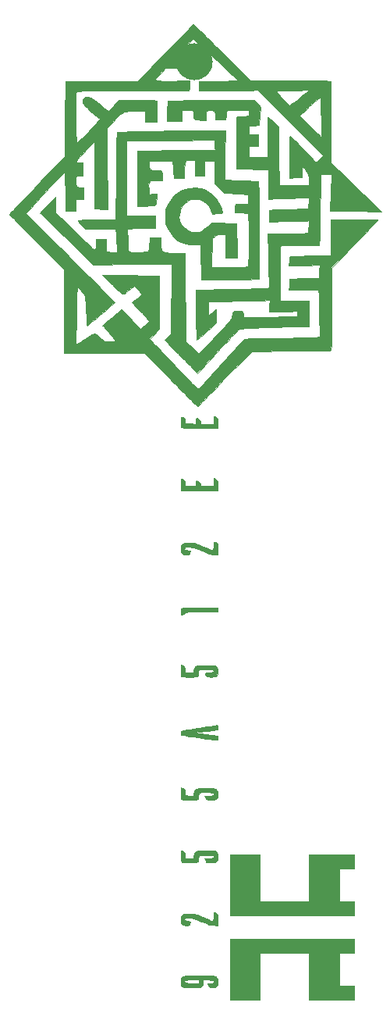
<source format=gtl>
G04 #@! TF.FileFunction,Copper,L1,Top,Signal*
%FSLAX46Y46*%
G04 Gerber Fmt 4.6, Leading zero omitted, Abs format (unit mm)*
G04 Created by KiCad (PCBNEW 4.0.5) date Saturday, July 08, 2017 'AMt' 10:12:31 AM*
%MOMM*%
%LPD*%
G01*
G04 APERTURE LIST*
%ADD10C,0.100000*%
%ADD11C,0.010000*%
%ADD12C,4.000000*%
G04 APERTURE END LIST*
D10*
D11*
G36*
X132118926Y-67411577D02*
X132254715Y-67536346D01*
X132465603Y-67736197D01*
X132744127Y-68003884D01*
X133082823Y-68332157D01*
X133474227Y-68713770D01*
X133910876Y-69141473D01*
X134385307Y-69608020D01*
X134890056Y-70106163D01*
X135197589Y-70410499D01*
X138274529Y-73458499D01*
X142584267Y-73458499D01*
X143466800Y-73458970D01*
X144229789Y-73460470D01*
X144880685Y-73463137D01*
X145426939Y-73467105D01*
X145876004Y-73472511D01*
X146235332Y-73479489D01*
X146512374Y-73488176D01*
X146714582Y-73498708D01*
X146849408Y-73511219D01*
X146924304Y-73525846D01*
X146945377Y-73537875D01*
X146954251Y-73613268D01*
X146963102Y-73805137D01*
X146971770Y-74102961D01*
X146980094Y-74496215D01*
X146987913Y-74974376D01*
X146995069Y-75526920D01*
X147001399Y-76143326D01*
X147006745Y-76813069D01*
X147010945Y-77525627D01*
X147012841Y-77967000D01*
X147028932Y-82316750D01*
X152457750Y-87690170D01*
X151479278Y-87654585D01*
X151140541Y-87644778D01*
X150705094Y-87636006D01*
X150203228Y-87628660D01*
X149665232Y-87623130D01*
X149121395Y-87619807D01*
X148722765Y-87618999D01*
X146944723Y-87618999D01*
X147031807Y-83618499D01*
X146468883Y-83618500D01*
X145905960Y-83618500D01*
X145864097Y-85475875D01*
X145852725Y-86022342D01*
X145842518Y-86593178D01*
X145833917Y-87157182D01*
X145827361Y-87683150D01*
X145823292Y-88139882D01*
X145822117Y-88450334D01*
X145819385Y-88900664D01*
X145811948Y-89388211D01*
X145800811Y-89865144D01*
X145786979Y-90283632D01*
X145780405Y-90434709D01*
X145738811Y-91302000D01*
X143819843Y-91302000D01*
X143328995Y-91303288D01*
X142871261Y-91306935D01*
X142464309Y-91312607D01*
X142125809Y-91319973D01*
X141873431Y-91328704D01*
X141724843Y-91338467D01*
X141702437Y-91341687D01*
X141504000Y-91381375D01*
X141504000Y-97334500D01*
X144615500Y-97334500D01*
X144615500Y-100108669D01*
X142567625Y-100151224D01*
X141960826Y-100165072D01*
X141297793Y-100182340D01*
X140615419Y-100201925D01*
X139950602Y-100222721D01*
X139340234Y-100243626D01*
X138837000Y-100262883D01*
X138330519Y-100284057D01*
X137934905Y-100302261D01*
X137634116Y-100319402D01*
X137412112Y-100337387D01*
X137252852Y-100358123D01*
X137140296Y-100383518D01*
X137058404Y-100415479D01*
X136991134Y-100455913D01*
X136947830Y-100487509D01*
X136864188Y-100564533D01*
X136704016Y-100725363D01*
X136476615Y-100960199D01*
X136191285Y-101259240D01*
X135857325Y-101612685D01*
X135484035Y-102010733D01*
X135080715Y-102443583D01*
X134656664Y-102901434D01*
X134632485Y-102927623D01*
X132523559Y-105212215D01*
X132104238Y-104781732D01*
X131950625Y-104624424D01*
X131723699Y-104392569D01*
X131439171Y-104102193D01*
X131112753Y-103769325D01*
X130760157Y-103409990D01*
X130397095Y-103040216D01*
X130327129Y-102968984D01*
X128969341Y-101586718D01*
X129614123Y-100922250D01*
X129691741Y-93365750D01*
X125433946Y-93383361D01*
X121176152Y-93400972D01*
X119100451Y-91377700D01*
X118639145Y-90928686D01*
X118176141Y-90479206D01*
X117725635Y-90042961D01*
X117301825Y-89633651D01*
X116918907Y-89264977D01*
X116591076Y-88950640D01*
X116332530Y-88704339D01*
X116231000Y-88608470D01*
X115969691Y-88361342D01*
X115742685Y-88143702D01*
X115565437Y-87970606D01*
X115453401Y-87857114D01*
X115421154Y-87819468D01*
X115458938Y-87763361D01*
X115573717Y-87632755D01*
X115751900Y-87442165D01*
X115979899Y-87206108D01*
X116244124Y-86939100D01*
X116262529Y-86920720D01*
X117120000Y-86065014D01*
X117120000Y-87800355D01*
X119144333Y-89750737D01*
X119569125Y-90159028D01*
X119968589Y-90541086D01*
X120332878Y-90887630D01*
X120652145Y-91189379D01*
X120916544Y-91437053D01*
X121116230Y-91621370D01*
X121241355Y-91733050D01*
X121279145Y-91762947D01*
X121375881Y-91788641D01*
X121441720Y-91730339D01*
X121481141Y-91575821D01*
X121498627Y-91312866D01*
X121500527Y-91159125D01*
X121501500Y-90667000D01*
X122581000Y-90667000D01*
X122581972Y-91254375D01*
X122588024Y-91522570D01*
X122603414Y-91747126D01*
X122625373Y-91894388D01*
X122637337Y-91927585D01*
X122720853Y-91971820D01*
X122898057Y-92019450D01*
X123135989Y-92064452D01*
X123401687Y-92100804D01*
X123662189Y-92122484D01*
X123716294Y-92124711D01*
X123743397Y-92115744D01*
X123763024Y-92078435D01*
X123774968Y-92000117D01*
X123779028Y-91868120D01*
X123774998Y-91669775D01*
X123762675Y-91392413D01*
X123741855Y-91023366D01*
X123712333Y-90549965D01*
X123683872Y-90111375D01*
X123645397Y-89523999D01*
X120306251Y-89523999D01*
X119919625Y-89102066D01*
X119748466Y-88910624D01*
X119616123Y-88753743D01*
X119542098Y-88654963D01*
X119532999Y-88635393D01*
X119594621Y-88606766D01*
X119772002Y-88580759D01*
X120053921Y-88557906D01*
X120429157Y-88538739D01*
X120886485Y-88523793D01*
X121414684Y-88513601D01*
X122002531Y-88508695D01*
X122206687Y-88508328D01*
X123642124Y-88508000D01*
X123685342Y-84015375D01*
X123693024Y-83264334D01*
X123701261Y-82545324D01*
X123709873Y-81869248D01*
X123718681Y-81247008D01*
X123727504Y-80689508D01*
X123736162Y-80207651D01*
X123744475Y-79812339D01*
X123752262Y-79514475D01*
X123759345Y-79324964D01*
X123763847Y-79262164D01*
X123799134Y-79001578D01*
X125936442Y-78960890D01*
X126419666Y-78952246D01*
X127008543Y-78942628D01*
X127681731Y-78932337D01*
X128417888Y-78921672D01*
X129195672Y-78910932D01*
X129993744Y-78900415D01*
X130790760Y-78890423D01*
X131565380Y-78881254D01*
X131813495Y-78878448D01*
X135553240Y-78836694D01*
X135506583Y-81504252D01*
X135459925Y-84171810D01*
X135650043Y-84209833D01*
X135763994Y-84221842D01*
X135985565Y-84235813D01*
X136295405Y-84250881D01*
X136674164Y-84266180D01*
X137102495Y-84280843D01*
X137487591Y-84292067D01*
X139135021Y-84336278D01*
X139176510Y-85575100D01*
X139183952Y-85863453D01*
X139190967Y-86263437D01*
X139197433Y-86759684D01*
X139203231Y-87336825D01*
X139208240Y-87979492D01*
X139212342Y-88672317D01*
X139215416Y-89399931D01*
X139217342Y-90146965D01*
X139218000Y-90889258D01*
X139218000Y-94964594D01*
X137493183Y-95006547D01*
X136934405Y-95018671D01*
X136323434Y-95029421D01*
X135700258Y-95038262D01*
X135104863Y-95044658D01*
X134577239Y-95048075D01*
X134359874Y-95048500D01*
X132951383Y-95048500D01*
X132909903Y-94048375D01*
X132894231Y-93603590D01*
X132881236Y-93107477D01*
X132872168Y-92617058D01*
X132868272Y-92189355D01*
X132868211Y-92143375D01*
X132868000Y-91238500D01*
X132248875Y-91237561D01*
X131581927Y-91198245D01*
X131006395Y-91077816D01*
X130510575Y-90869291D01*
X130082762Y-90565691D01*
X129711255Y-90160033D01*
X129384349Y-89645336D01*
X129297304Y-89476877D01*
X129026250Y-88929407D01*
X129026250Y-87450675D01*
X129295079Y-86908154D01*
X129616571Y-86370552D01*
X130003402Y-85913304D01*
X130439427Y-85553740D01*
X130698914Y-85401590D01*
X131160540Y-85225461D01*
X131680629Y-85122184D01*
X132224206Y-85092265D01*
X132756298Y-85136212D01*
X133241928Y-85254532D01*
X133495723Y-85361062D01*
X133803405Y-85558402D01*
X134131104Y-85838611D01*
X134445175Y-86169455D01*
X134711971Y-86518697D01*
X134725719Y-86539500D01*
X134862167Y-86773892D01*
X134988110Y-87035897D01*
X135093415Y-87297644D01*
X135167948Y-87531264D01*
X135201576Y-87708886D01*
X135184772Y-87802068D01*
X135095011Y-87833195D01*
X134914002Y-87860836D01*
X134677486Y-87879863D01*
X134626275Y-87882198D01*
X134130301Y-87901866D01*
X133984336Y-87542729D01*
X133752682Y-87096139D01*
X133457328Y-86750574D01*
X133110795Y-86504518D01*
X132906105Y-86402128D01*
X132722642Y-86345170D01*
X132506302Y-86321213D01*
X132296500Y-86317419D01*
X132001565Y-86328022D01*
X131778448Y-86366853D01*
X131573159Y-86444775D01*
X131510575Y-86475561D01*
X131118180Y-86743114D01*
X130818392Y-87092588D01*
X130618239Y-87512069D01*
X130524747Y-87989642D01*
X130518500Y-88157593D01*
X130577897Y-88608361D01*
X130752977Y-89011949D01*
X131039068Y-89361731D01*
X131431503Y-89651077D01*
X131650233Y-89763795D01*
X131886904Y-89857738D01*
X132095952Y-89896601D01*
X132348597Y-89892567D01*
X132386250Y-89889697D01*
X132666561Y-89852139D01*
X132905897Y-89778342D01*
X133136697Y-89651577D01*
X133391395Y-89455120D01*
X133611009Y-89258129D01*
X134021413Y-88876332D01*
X135344454Y-88898541D01*
X135742331Y-88907253D01*
X136096642Y-88918881D01*
X136387911Y-88932469D01*
X136596662Y-88947060D01*
X136703418Y-88961698D01*
X136712431Y-88965725D01*
X136724991Y-89038388D01*
X136738477Y-89221751D01*
X136752216Y-89499523D01*
X136765535Y-89855413D01*
X136777762Y-90273131D01*
X136788224Y-90736387D01*
X136790439Y-90854850D01*
X136823511Y-92699000D01*
X135598500Y-92699000D01*
X135598500Y-90095500D01*
X135160933Y-90095500D01*
X134910818Y-90102433D01*
X134733876Y-90133402D01*
X134576586Y-90203655D01*
X134414808Y-90308096D01*
X134106250Y-90520692D01*
X134072286Y-93730692D01*
X136014199Y-93704154D01*
X136576807Y-93695586D01*
X137025028Y-93686435D01*
X137371473Y-93675951D01*
X137628755Y-93663386D01*
X137809487Y-93647987D01*
X137926281Y-93629006D01*
X137991749Y-93605692D01*
X138014584Y-93585183D01*
X138028454Y-93500985D01*
X138040464Y-93305942D01*
X138050608Y-93016194D01*
X138058881Y-92647881D01*
X138065279Y-92217146D01*
X138069796Y-91740128D01*
X138072427Y-91232969D01*
X138073168Y-90711809D01*
X138072014Y-90192790D01*
X138068959Y-89692051D01*
X138063998Y-89225734D01*
X138057127Y-88809980D01*
X138048340Y-88460929D01*
X138037633Y-88194722D01*
X138025000Y-88027501D01*
X138016317Y-87980921D01*
X137983171Y-87911936D01*
X137930054Y-87865761D01*
X137832403Y-87836199D01*
X137665651Y-87817057D01*
X137405234Y-87802138D01*
X137285896Y-87796700D01*
X137006837Y-87781495D01*
X136777859Y-87763756D01*
X136626810Y-87745964D01*
X136581273Y-87733940D01*
X136570600Y-87659040D01*
X136573255Y-87492541D01*
X136588578Y-87269075D01*
X136590562Y-87247277D01*
X136632737Y-86793500D01*
X138011500Y-86793500D01*
X138011500Y-85794699D01*
X137201875Y-85752467D01*
X136831774Y-85732217D01*
X136449025Y-85709691D01*
X136102658Y-85687857D01*
X135874579Y-85672139D01*
X135356908Y-85634041D01*
X134864555Y-85138783D01*
X134372202Y-84643526D01*
X134386527Y-83400763D01*
X134400852Y-82157999D01*
X133856676Y-82157999D01*
X133312500Y-82158000D01*
X133312500Y-83809000D01*
X132218550Y-83809000D01*
X132264750Y-82126250D01*
X131782469Y-82107881D01*
X131515770Y-82104093D01*
X131347052Y-82120194D01*
X131248287Y-82160236D01*
X131217071Y-82189663D01*
X131173923Y-82308590D01*
X131137651Y-82551473D01*
X131108613Y-82915437D01*
X131096101Y-83160532D01*
X131058250Y-84031250D01*
X130502625Y-84049597D01*
X130234623Y-84055914D01*
X130069166Y-84050488D01*
X129982025Y-84029181D01*
X129948971Y-83987852D01*
X129945055Y-83954347D01*
X129937101Y-83751925D01*
X129920538Y-83489938D01*
X129897923Y-83196374D01*
X129871812Y-82899221D01*
X129844763Y-82626466D01*
X129819333Y-82406098D01*
X129798079Y-82266104D01*
X129787635Y-82231384D01*
X129714023Y-82217392D01*
X129533665Y-82203121D01*
X129266807Y-82189585D01*
X128933696Y-82177793D01*
X128554579Y-82168758D01*
X128521940Y-82168168D01*
X127297796Y-82146586D01*
X127258015Y-82295168D01*
X127219347Y-82563524D01*
X127237322Y-82823139D01*
X127307870Y-83021644D01*
X127315350Y-83032870D01*
X127380452Y-83105505D01*
X127470855Y-83148164D01*
X127618777Y-83168638D01*
X127856438Y-83174714D01*
X127902725Y-83174867D01*
X128226823Y-83177249D01*
X128444919Y-83193476D01*
X128578000Y-83239217D01*
X128647052Y-83330137D01*
X128673061Y-83481904D01*
X128677012Y-83710186D01*
X128677000Y-83752906D01*
X128677000Y-84253500D01*
X128073750Y-84253500D01*
X127781618Y-84257060D01*
X127587306Y-84271110D01*
X127461748Y-84300705D01*
X127375882Y-84350899D01*
X127343500Y-84380500D01*
X127253780Y-84552925D01*
X127215070Y-84836419D01*
X127227788Y-85225562D01*
X127257946Y-85490662D01*
X127299393Y-85793051D01*
X127697646Y-85752248D01*
X128095899Y-85711446D01*
X128065032Y-86204848D01*
X128043880Y-86524297D01*
X128020768Y-86739455D01*
X127985076Y-86872734D01*
X127926181Y-86946546D01*
X127833461Y-86983304D01*
X127696294Y-87005421D01*
X127684877Y-87006983D01*
X127494609Y-87024127D01*
X127220173Y-87037679D01*
X126904387Y-87045876D01*
X126699637Y-87047500D01*
X126010000Y-87047500D01*
X126010000Y-81098758D01*
X127449012Y-81056879D01*
X127836189Y-81047623D01*
X128327041Y-81039077D01*
X128898241Y-81031471D01*
X129526465Y-81025036D01*
X130188387Y-81020002D01*
X130860681Y-81016602D01*
X131520024Y-81015065D01*
X131679168Y-81015000D01*
X134470312Y-81015000D01*
X134432023Y-80872125D01*
X134411531Y-80733616D01*
X134397298Y-80519491D01*
X134392867Y-80323376D01*
X134392000Y-79917503D01*
X129628413Y-79948754D01*
X128862397Y-79954108D01*
X128133873Y-79959836D01*
X127452724Y-79965822D01*
X126828830Y-79971950D01*
X126272074Y-79978102D01*
X125792336Y-79984161D01*
X125399499Y-79990011D01*
X125103443Y-79995535D01*
X124914051Y-80000615D01*
X124841203Y-80005136D01*
X124840763Y-80005378D01*
X124836203Y-80071614D01*
X124831209Y-80254069D01*
X124825906Y-80541964D01*
X124820418Y-80924519D01*
X124814873Y-81390954D01*
X124809396Y-81930489D01*
X124804111Y-82532344D01*
X124799146Y-83185741D01*
X124794626Y-83879899D01*
X124793645Y-84047125D01*
X124770592Y-88063500D01*
X127978500Y-88063500D01*
X127978500Y-89460500D01*
X126883125Y-89460951D01*
X126484240Y-89463566D01*
X126093889Y-89470496D01*
X125744904Y-89480849D01*
X125470114Y-89493735D01*
X125353233Y-89502434D01*
X124918716Y-89543465D01*
X124940483Y-90698815D01*
X124951186Y-91140181D01*
X124965302Y-91470153D01*
X124984227Y-91704322D01*
X125009358Y-91858279D01*
X125042091Y-91947615D01*
X125053848Y-91964443D01*
X125101160Y-92006277D01*
X125175245Y-92035146D01*
X125296083Y-92052679D01*
X125483657Y-92060511D01*
X125757946Y-92060271D01*
X126138933Y-92053593D01*
X126144052Y-92053485D01*
X126488737Y-92043206D01*
X126788382Y-92028696D01*
X127020108Y-92011501D01*
X127161038Y-91993169D01*
X127192201Y-91982584D01*
X127215982Y-91902580D01*
X127242676Y-91723479D01*
X127268789Y-91473027D01*
X127288192Y-91220584D01*
X127307083Y-90935194D01*
X127323101Y-90701331D01*
X127334423Y-90545058D01*
X127339068Y-90492375D01*
X127399969Y-90485548D01*
X127560014Y-90480192D01*
X127791353Y-90477036D01*
X127946750Y-90476500D01*
X128550000Y-90476500D01*
X128550000Y-91136215D01*
X128555359Y-91497306D01*
X128582481Y-91752165D01*
X128647934Y-91921455D01*
X128768285Y-92025837D01*
X128960103Y-92085974D01*
X129239954Y-92122526D01*
X129348817Y-92132443D01*
X129691498Y-92156521D01*
X130086146Y-92175440D01*
X130457738Y-92185751D01*
X130523982Y-92186487D01*
X131132715Y-92191000D01*
X131174794Y-95667625D01*
X131183010Y-96371040D01*
X131190699Y-97076773D01*
X131197702Y-97766960D01*
X131203860Y-98423737D01*
X131209016Y-99029239D01*
X131213011Y-99565604D01*
X131215687Y-100014967D01*
X131216886Y-100359463D01*
X131216936Y-100424150D01*
X131217000Y-101704050D01*
X132637456Y-103055604D01*
X133296402Y-102401677D01*
X133569990Y-102126370D01*
X133881036Y-101807009D01*
X134215836Y-101458286D01*
X134560685Y-101094888D01*
X134901877Y-100731507D01*
X135225708Y-100382832D01*
X135518474Y-100063553D01*
X135766469Y-99788359D01*
X135955989Y-99571941D01*
X136073329Y-99428988D01*
X136086656Y-99410890D01*
X136198152Y-99198300D01*
X136272005Y-98956683D01*
X136278962Y-98913224D01*
X136318800Y-98666872D01*
X136380203Y-98518446D01*
X136491995Y-98443305D01*
X136683002Y-98416809D01*
X136862958Y-98414000D01*
X137136212Y-98424767D01*
X137310164Y-98469994D01*
X137411619Y-98569071D01*
X137467376Y-98741386D01*
X137487093Y-98865506D01*
X137522769Y-99131493D01*
X140417657Y-99085556D01*
X141010626Y-99075913D01*
X141563075Y-99066474D01*
X142062369Y-99057490D01*
X142495872Y-99049210D01*
X142850949Y-99041880D01*
X143114964Y-99035752D01*
X143275282Y-99031072D01*
X143320574Y-99028435D01*
X143331441Y-98964738D01*
X143349850Y-98815961D01*
X143360073Y-98723852D01*
X143372537Y-98544585D01*
X143354253Y-98462150D01*
X143297972Y-98448573D01*
X143289147Y-98450082D01*
X143198240Y-98457231D01*
X142999864Y-98466458D01*
X142713517Y-98477070D01*
X142358701Y-98488374D01*
X141954914Y-98499678D01*
X141737046Y-98505204D01*
X140287343Y-98540698D01*
X140332105Y-97909315D01*
X140376868Y-97277932D01*
X139368809Y-97306739D01*
X139060860Y-97314728D01*
X138649285Y-97324184D01*
X138157445Y-97334638D01*
X137608698Y-97345617D01*
X137026404Y-97356650D01*
X136433923Y-97367266D01*
X136027125Y-97374172D01*
X133693500Y-97412797D01*
X133693500Y-98933826D01*
X134001601Y-98675868D01*
X134177835Y-98523747D01*
X134321833Y-98391325D01*
X134390376Y-98320705D01*
X134482446Y-98239804D01*
X134526775Y-98223500D01*
X134548243Y-98282853D01*
X134565315Y-98444387D01*
X134576247Y-98683306D01*
X134579315Y-98969625D01*
X134576131Y-99715750D01*
X133907455Y-100319000D01*
X133623318Y-100574039D01*
X133332492Y-100832869D01*
X133067586Y-101066599D01*
X132861209Y-101246339D01*
X132847014Y-101258542D01*
X132455250Y-101594835D01*
X132412331Y-101322042D01*
X132402591Y-101198154D01*
X132393381Y-100963016D01*
X132384975Y-100632377D01*
X132377648Y-100221987D01*
X132371674Y-99747594D01*
X132367328Y-99224950D01*
X132364884Y-98669802D01*
X132364706Y-98588625D01*
X132360000Y-96128000D01*
X132756875Y-96126654D01*
X133094690Y-96124316D01*
X133512639Y-96119497D01*
X133997084Y-96112500D01*
X134534389Y-96103631D01*
X135110918Y-96093196D01*
X135713035Y-96081499D01*
X136327103Y-96068847D01*
X136939487Y-96055545D01*
X137536550Y-96041897D01*
X138104656Y-96028209D01*
X138630169Y-96014787D01*
X139099452Y-96001935D01*
X139498870Y-95989960D01*
X139814786Y-95979166D01*
X140033564Y-95969859D01*
X140141567Y-95962343D01*
X140148405Y-95961152D01*
X140311774Y-95920149D01*
X140273886Y-95150949D01*
X140263382Y-94896728D01*
X140251421Y-94537753D01*
X140238597Y-94096251D01*
X140225504Y-93594453D01*
X140212736Y-93054586D01*
X140200888Y-92498879D01*
X140195209Y-92206875D01*
X140154420Y-90032000D01*
X142273835Y-90031027D01*
X142782047Y-90029441D01*
X143250673Y-90025387D01*
X143664345Y-90019198D01*
X144007694Y-90011209D01*
X144265354Y-90001755D01*
X144421956Y-89991168D01*
X144463021Y-89983402D01*
X144495906Y-89904024D01*
X144529397Y-89726717D01*
X144558889Y-89480447D01*
X144574839Y-89280176D01*
X144616884Y-88623603D01*
X144378067Y-88658734D01*
X144255070Y-88668990D01*
X144023216Y-88680931D01*
X143700623Y-88693908D01*
X143305413Y-88707273D01*
X142855705Y-88720379D01*
X142369619Y-88732576D01*
X142218375Y-88735984D01*
X140297500Y-88778102D01*
X140297500Y-87504528D01*
X141011875Y-87467678D01*
X141299584Y-87454438D01*
X141681443Y-87439202D01*
X142124639Y-87423153D01*
X142596359Y-87407471D01*
X143063794Y-87393339D01*
X143123250Y-87391657D01*
X143529533Y-87379857D01*
X143889974Y-87368607D01*
X144186336Y-87358542D01*
X144400382Y-87350295D01*
X144513874Y-87344500D01*
X144527276Y-87342868D01*
X144534331Y-87279754D01*
X144547464Y-87118290D01*
X144564446Y-86886856D01*
X144574479Y-86742072D01*
X144614655Y-86150894D01*
X143360952Y-86187118D01*
X142889640Y-86201149D01*
X142382296Y-86216952D01*
X141882784Y-86233114D01*
X141434971Y-86248225D01*
X141170625Y-86257608D01*
X140234000Y-86291873D01*
X140234000Y-83130489D01*
X139138625Y-83088939D01*
X138716334Y-83074460D01*
X138279963Y-83062151D01*
X137869811Y-83052976D01*
X137526173Y-83047896D01*
X137392375Y-83047194D01*
X136741500Y-83047000D01*
X136742367Y-80332375D01*
X136743426Y-79752513D01*
X136746098Y-79208376D01*
X136750191Y-78713891D01*
X136755515Y-78282991D01*
X136761879Y-77929605D01*
X136769092Y-77667663D01*
X136776963Y-77511096D01*
X136781523Y-77474875D01*
X136807390Y-77407793D01*
X136858374Y-77365816D01*
X136960141Y-77343092D01*
X137138356Y-77333770D01*
X137408249Y-77332000D01*
X137704202Y-77328351D01*
X137895903Y-77306204D01*
X138006088Y-77248755D01*
X138057494Y-77139199D01*
X138072859Y-76960733D01*
X138074132Y-76839875D01*
X138075000Y-76633500D01*
X137066937Y-76633499D01*
X136706544Y-76635865D01*
X136377582Y-76642388D01*
X136107116Y-76652206D01*
X135922209Y-76664458D01*
X135868077Y-76671659D01*
X135772594Y-76695993D01*
X135712988Y-76740654D01*
X135677102Y-76833619D01*
X135652779Y-77002862D01*
X135633526Y-77211409D01*
X135589772Y-77712999D01*
X135022636Y-77712999D01*
X134455500Y-77713000D01*
X134455500Y-77270734D01*
X134444305Y-77005053D01*
X134396044Y-76835030D01*
X134288702Y-76741736D01*
X134100264Y-76706242D01*
X133808714Y-76709620D01*
X133803206Y-76709881D01*
X133407750Y-76728750D01*
X133421649Y-77250484D01*
X133435548Y-77772219D01*
X132913649Y-77738555D01*
X132581774Y-77716153D01*
X132356112Y-77693271D01*
X132216182Y-77660576D01*
X132141507Y-77608736D01*
X132111607Y-77528417D01*
X132106004Y-77410285D01*
X132106000Y-77370477D01*
X132096431Y-77143004D01*
X132072775Y-76931443D01*
X132066312Y-76895437D01*
X132026625Y-76697000D01*
X130836000Y-76697000D01*
X130836000Y-77840000D01*
X130009152Y-77839999D01*
X129182304Y-77839999D01*
X129224162Y-76776374D01*
X129239638Y-76422076D01*
X129256007Y-76113948D01*
X129271889Y-75873576D01*
X129285901Y-75722551D01*
X129294262Y-75681000D01*
X129365245Y-75670120D01*
X129551699Y-75658764D01*
X129842099Y-75647135D01*
X130224919Y-75635439D01*
X130688631Y-75623880D01*
X131221710Y-75612662D01*
X131812630Y-75601991D01*
X132449863Y-75592071D01*
X133121885Y-75583106D01*
X133817168Y-75575302D01*
X134524187Y-75568864D01*
X135231415Y-75563995D01*
X135927325Y-75560901D01*
X136081102Y-75560470D01*
X138690954Y-75554000D01*
X139026662Y-75939972D01*
X139362371Y-76325945D01*
X139288796Y-77252765D01*
X139258049Y-77587797D01*
X139223371Y-77880884D01*
X139188303Y-78107074D01*
X139156384Y-78241414D01*
X139145335Y-78263792D01*
X139036119Y-78314793D01*
X138809870Y-78342323D01*
X138575224Y-78347999D01*
X138075000Y-78348000D01*
X138075000Y-79300500D01*
X139154500Y-79300500D01*
X139154518Y-80602250D01*
X138614759Y-80579858D01*
X138075000Y-80557467D01*
X138075000Y-81713500D01*
X140161362Y-81713500D01*
X140124236Y-79586250D01*
X140114684Y-79000840D01*
X140108804Y-78530534D01*
X140106885Y-78163482D01*
X140109219Y-77887833D01*
X140116097Y-77691736D01*
X140127810Y-77563340D01*
X140144649Y-77490795D01*
X140166904Y-77462249D01*
X140176430Y-77460464D01*
X140256282Y-77502500D01*
X140404652Y-77615387D01*
X140599268Y-77781171D01*
X140786884Y-77952589D01*
X141308018Y-78443250D01*
X141350807Y-81634125D01*
X141393595Y-84825000D01*
X144615500Y-84825000D01*
X144615500Y-84314960D01*
X144595719Y-83922925D01*
X144526885Y-83614458D01*
X144394762Y-83350995D01*
X144185112Y-83093968D01*
X144152119Y-83059731D01*
X143885250Y-82786712D01*
X143821750Y-83967750D01*
X143180606Y-83985738D01*
X142539463Y-84003727D01*
X142494238Y-81916206D01*
X142481658Y-81282748D01*
X142474316Y-80765443D01*
X142472634Y-80353534D01*
X142477036Y-80036266D01*
X142487942Y-79802884D01*
X142505774Y-79642630D01*
X142530955Y-79544750D01*
X142563906Y-79498487D01*
X142589382Y-79491000D01*
X142622333Y-79499989D01*
X142673141Y-79532781D01*
X142750592Y-79598114D01*
X142863472Y-79704725D01*
X143020569Y-79861353D01*
X143230667Y-80076735D01*
X143502554Y-80359609D01*
X143845015Y-80718712D01*
X144205767Y-81098427D01*
X145399875Y-82356604D01*
X146170402Y-81586077D01*
X142621861Y-78037111D01*
X141851308Y-77266466D01*
X143638027Y-77266466D01*
X144203562Y-77854858D01*
X144431789Y-78089447D01*
X144687841Y-78347945D01*
X144955985Y-78615008D01*
X145220488Y-78875293D01*
X145465617Y-79113457D01*
X145675640Y-79314157D01*
X145834824Y-79462049D01*
X145927436Y-79541789D01*
X145943108Y-79551340D01*
X145948192Y-79491089D01*
X145950742Y-79318599D01*
X145950842Y-79048605D01*
X145948573Y-78695842D01*
X145944018Y-78275045D01*
X145937259Y-77800948D01*
X145931354Y-77450420D01*
X145920683Y-76944806D01*
X145907729Y-76479428D01*
X145893164Y-76069592D01*
X145877657Y-75730604D01*
X145861877Y-75477767D01*
X145846495Y-75326388D01*
X145836768Y-75289368D01*
X145774326Y-75311908D01*
X145636172Y-75409449D01*
X145437684Y-75568501D01*
X145194243Y-75775571D01*
X144921229Y-76017167D01*
X144634020Y-76279799D01*
X144347998Y-76549974D01*
X144078542Y-76814201D01*
X143952138Y-76942643D01*
X143638027Y-77266466D01*
X141851308Y-77266466D01*
X139218406Y-74633250D01*
X141043081Y-74633250D01*
X141774047Y-75391588D01*
X142505012Y-76149926D01*
X142687131Y-76032258D01*
X142805446Y-75948860D01*
X142997750Y-75805616D01*
X143238640Y-75621736D01*
X143502711Y-75416433D01*
X143536000Y-75390288D01*
X143807173Y-75175387D01*
X144062852Y-74969801D01*
X144275516Y-74795844D01*
X144417645Y-74675836D01*
X144425000Y-74669362D01*
X144647250Y-74472741D01*
X143155000Y-74514606D01*
X142712227Y-74528290D01*
X142294122Y-74543556D01*
X141923407Y-74559393D01*
X141622807Y-74574789D01*
X141415045Y-74588730D01*
X141352915Y-74594860D01*
X141043081Y-74633250D01*
X139218406Y-74633250D01*
X139073319Y-74488146D01*
X138717034Y-74511615D01*
X138579314Y-74517168D01*
X138329520Y-74523559D01*
X137982570Y-74530543D01*
X137553386Y-74537877D01*
X137056888Y-74545318D01*
X136507997Y-74552623D01*
X135921633Y-74559547D01*
X135519125Y-74563813D01*
X132677500Y-74592541D01*
X132677500Y-73523712D01*
X134776326Y-73506981D01*
X136875153Y-73490250D01*
X134760451Y-71448009D01*
X134188636Y-70896577D01*
X133700912Y-70428143D01*
X133290758Y-70036722D01*
X132951651Y-69716328D01*
X132677068Y-69460976D01*
X132460489Y-69264678D01*
X132295391Y-69121451D01*
X132175251Y-69025308D01*
X132093547Y-68970263D01*
X132043758Y-68950331D01*
X132038560Y-68950000D01*
X131977092Y-68993715D01*
X131845708Y-69113632D01*
X131660926Y-69292905D01*
X131439266Y-69514686D01*
X131197247Y-69762132D01*
X130951389Y-70018395D01*
X130718212Y-70266631D01*
X130514234Y-70489993D01*
X130392306Y-70628774D01*
X130250487Y-70797856D01*
X130183465Y-70896683D01*
X130182241Y-70950433D01*
X130237815Y-70984283D01*
X130261934Y-70993478D01*
X130362539Y-71009514D01*
X130570698Y-71027047D01*
X130866989Y-71044997D01*
X131231992Y-71062283D01*
X131646286Y-71077826D01*
X131935766Y-71086563D01*
X133471250Y-71128469D01*
X133778273Y-71536669D01*
X133917120Y-71729561D01*
X134014975Y-71881695D01*
X134055580Y-71967201D01*
X134054306Y-71975860D01*
X133986071Y-71983619D01*
X133804654Y-71992564D01*
X133523862Y-72002321D01*
X133157504Y-72012515D01*
X132719389Y-72022770D01*
X132223323Y-72032711D01*
X131683115Y-72041965D01*
X131535829Y-72044232D01*
X129048343Y-72081613D01*
X128499081Y-72676575D01*
X128286621Y-72909309D01*
X128104265Y-73113926D01*
X127970329Y-73269533D01*
X127903128Y-73355238D01*
X127900914Y-73358925D01*
X127933200Y-73407164D01*
X128080661Y-73447230D01*
X128331697Y-73478506D01*
X128674706Y-73500376D01*
X129098089Y-73512223D01*
X129590244Y-73513429D01*
X130139572Y-73503379D01*
X130436622Y-73493771D01*
X131661500Y-73448549D01*
X131661500Y-73698661D01*
X131652102Y-73928585D01*
X131628823Y-74183343D01*
X131621924Y-74237511D01*
X131582348Y-74526248D01*
X125535662Y-74547999D01*
X124510628Y-74551881D01*
X123605222Y-74555797D01*
X122812070Y-74559889D01*
X122123798Y-74564296D01*
X121533035Y-74569157D01*
X121032406Y-74574614D01*
X120614539Y-74580805D01*
X120272061Y-74587871D01*
X119997599Y-74595952D01*
X119783779Y-74605188D01*
X119623229Y-74615719D01*
X119508576Y-74627685D01*
X119432447Y-74641225D01*
X119387468Y-74656481D01*
X119374108Y-74665000D01*
X119346039Y-74694107D01*
X119323251Y-74738125D01*
X119305420Y-74808758D01*
X119292222Y-74917711D01*
X119283331Y-75076692D01*
X119278424Y-75297406D01*
X119277174Y-75591559D01*
X119279259Y-75970857D01*
X119284353Y-76447005D01*
X119292131Y-77031710D01*
X119297682Y-77420886D01*
X119310374Y-78186735D01*
X119324498Y-78826098D01*
X119340076Y-79339481D01*
X119357127Y-79727389D01*
X119375671Y-79990329D01*
X119395728Y-80128807D01*
X119405111Y-80150511D01*
X119459465Y-80145624D01*
X119570211Y-80070411D01*
X119743898Y-79919071D01*
X119987072Y-79685798D01*
X120306282Y-79364790D01*
X120400947Y-79267874D01*
X120701360Y-78957390D01*
X120991452Y-78653856D01*
X121252065Y-78377599D01*
X121464042Y-78148940D01*
X121608226Y-77988204D01*
X121619266Y-77975378D01*
X121910736Y-77634506D01*
X121596130Y-77372128D01*
X121197272Y-77033214D01*
X120842335Y-76719298D01*
X120542853Y-76441363D01*
X120310360Y-76210390D01*
X120156391Y-76037363D01*
X120095637Y-75943441D01*
X120062431Y-75760706D01*
X120071962Y-75567613D01*
X120154927Y-75375651D01*
X120319894Y-75270943D01*
X120574233Y-75249932D01*
X120700930Y-75263908D01*
X120831726Y-75294641D01*
X120976891Y-75354541D01*
X121149988Y-75452802D01*
X121364581Y-75598617D01*
X121634232Y-75801181D01*
X121972507Y-76069688D01*
X122376055Y-76399391D01*
X122837860Y-76779950D01*
X122980684Y-76645774D01*
X123084098Y-76539530D01*
X123243272Y-76365602D01*
X123431785Y-76153132D01*
X123534879Y-76034489D01*
X123946250Y-75557380D01*
X125597250Y-75556141D01*
X126069613Y-75557377D01*
X126524059Y-75561507D01*
X126937627Y-75568097D01*
X127287359Y-75576714D01*
X127550298Y-75586926D01*
X127676875Y-75595383D01*
X128105500Y-75635864D01*
X128105500Y-77903500D01*
X126835500Y-77903500D01*
X126835500Y-76760500D01*
X125930625Y-76764285D01*
X125465907Y-76767237D01*
X125098754Y-76778882D01*
X124805773Y-76809946D01*
X124563574Y-76871152D01*
X124348765Y-76973226D01*
X124137956Y-77126894D01*
X123907754Y-77342880D01*
X123634770Y-77631909D01*
X123345786Y-77949456D01*
X122698852Y-78662163D01*
X122702993Y-80902206D01*
X122705529Y-81559139D01*
X122710619Y-82295167D01*
X122717839Y-83070036D01*
X122726764Y-83843489D01*
X122736968Y-84575271D01*
X122748027Y-85225126D01*
X122749387Y-85295497D01*
X122791640Y-87448745D01*
X122352945Y-87407324D01*
X122073122Y-87385225D01*
X121793326Y-87370021D01*
X121612625Y-87365451D01*
X121311000Y-87365000D01*
X121311000Y-83730816D01*
X121310999Y-80096632D01*
X120669718Y-80730441D01*
X120394562Y-81007075D01*
X120112494Y-81298626D01*
X119855710Y-81571356D01*
X119656406Y-81791523D01*
X119647821Y-81801357D01*
X119455738Y-82031424D01*
X119356523Y-82186172D01*
X119353503Y-82280347D01*
X119450010Y-82328698D01*
X119649372Y-82345971D01*
X119771125Y-82347527D01*
X120104500Y-82348500D01*
X120104500Y-83745500D01*
X119763025Y-83745500D01*
X119527505Y-83758564D01*
X119380068Y-83812255D01*
X119304818Y-83928321D01*
X119285858Y-84128509D01*
X119301714Y-84376626D01*
X119331031Y-84665323D01*
X119366071Y-84850547D01*
X119424519Y-84955260D01*
X119524063Y-85002425D01*
X119682387Y-85015004D01*
X119793793Y-85015500D01*
X120168000Y-85015500D01*
X120168000Y-86349000D01*
X119342500Y-86349000D01*
X119342500Y-87555500D01*
X118781069Y-87555500D01*
X118219638Y-87555499D01*
X118175330Y-85510428D01*
X118163554Y-85013402D01*
X118150827Y-84557869D01*
X118137729Y-84159146D01*
X118124840Y-83832545D01*
X118112738Y-83593382D01*
X118102005Y-83456971D01*
X118096618Y-83430951D01*
X118074885Y-83433652D01*
X118026914Y-83467144D01*
X117946653Y-83537626D01*
X117828052Y-83651295D01*
X117665061Y-83814349D01*
X117451630Y-84032986D01*
X117181709Y-84313403D01*
X116849247Y-84661798D01*
X116448195Y-85084370D01*
X115972502Y-85587315D01*
X115416430Y-86176499D01*
X115059649Y-86556632D01*
X114733119Y-86908061D01*
X114446536Y-87220076D01*
X114209595Y-87481970D01*
X114031992Y-87683036D01*
X113923422Y-87812566D01*
X113892791Y-87859249D01*
X113939791Y-87909171D01*
X114071229Y-88042504D01*
X114281216Y-88253388D01*
X114563860Y-88535963D01*
X114913268Y-88884369D01*
X115323550Y-89292746D01*
X115788813Y-89755234D01*
X116303168Y-90265973D01*
X116860721Y-90819103D01*
X117455582Y-91408763D01*
X118081859Y-92029095D01*
X118725233Y-92665899D01*
X119376316Y-93310937D01*
X120001135Y-93931585D01*
X120593848Y-94521951D01*
X121148612Y-95076142D01*
X121659585Y-95588268D01*
X122120924Y-96052437D01*
X122526786Y-96462757D01*
X122871328Y-96813336D01*
X123148709Y-97098283D01*
X123353084Y-97311707D01*
X123478613Y-97447715D01*
X123519483Y-97500308D01*
X123467966Y-97558514D01*
X123333014Y-97684438D01*
X123129344Y-97865705D01*
X122871670Y-98089943D01*
X122574708Y-98344775D01*
X122253173Y-98617829D01*
X121921782Y-98896730D01*
X121595249Y-99169104D01*
X121288291Y-99422577D01*
X121015622Y-99644774D01*
X120791958Y-99823321D01*
X120632014Y-99945844D01*
X120550507Y-99999969D01*
X120545049Y-100001500D01*
X120495986Y-99948511D01*
X120485500Y-99879686D01*
X120482685Y-99783030D01*
X120474799Y-99579320D01*
X120462675Y-99288362D01*
X120447149Y-98929964D01*
X120429056Y-98523935D01*
X120419254Y-98308061D01*
X120398112Y-97836538D01*
X120379315Y-97471268D01*
X120356946Y-97191773D01*
X120325092Y-96977575D01*
X120277838Y-96808196D01*
X120209269Y-96663157D01*
X120113471Y-96521981D01*
X119984529Y-96364189D01*
X119816529Y-96169303D01*
X119793936Y-96143003D01*
X119635374Y-95967735D01*
X119534325Y-95883824D01*
X119474178Y-95879501D01*
X119454700Y-95902700D01*
X119443309Y-95983450D01*
X119431093Y-96178366D01*
X119418434Y-96474619D01*
X119405714Y-96859379D01*
X119393314Y-97319819D01*
X119381615Y-97843109D01*
X119371000Y-98416422D01*
X119361903Y-99022877D01*
X119321679Y-102049111D01*
X119470264Y-101969591D01*
X119580337Y-101905373D01*
X119770716Y-101789026D01*
X120014807Y-101636980D01*
X120286011Y-101465670D01*
X120290299Y-101462942D01*
X120567973Y-101288254D01*
X120825316Y-101129852D01*
X121033359Y-101005351D01*
X121161707Y-100933095D01*
X121243011Y-100893007D01*
X121313354Y-100874381D01*
X121390271Y-100886922D01*
X121491295Y-100940337D01*
X121633963Y-101044330D01*
X121835806Y-101208607D01*
X122114362Y-101442873D01*
X122174625Y-101493750D01*
X122475538Y-101747750D01*
X123010984Y-101738109D01*
X123262972Y-101727227D01*
X123466429Y-101706671D01*
X123587728Y-101680256D01*
X123604091Y-101670808D01*
X123583395Y-101605062D01*
X123481277Y-101461288D01*
X123306735Y-101250636D01*
X123068768Y-100984260D01*
X122927761Y-100832543D01*
X122686508Y-100571827D01*
X122480875Y-100341666D01*
X122324782Y-100158294D01*
X122232150Y-100037948D01*
X122212760Y-99998625D01*
X122266149Y-99944954D01*
X122404534Y-99825342D01*
X122612942Y-99652179D01*
X122876402Y-99437856D01*
X123179944Y-99194761D01*
X123279500Y-99115767D01*
X124327250Y-98286224D01*
X124741526Y-98715237D01*
X124953652Y-98936865D01*
X125216935Y-99214826D01*
X125496427Y-99512094D01*
X125734968Y-99767723D01*
X126314134Y-100391196D01*
X126761236Y-100006388D01*
X126962085Y-99830322D01*
X127125954Y-99680712D01*
X127228746Y-99579837D01*
X127249540Y-99554912D01*
X127219954Y-99491274D01*
X127113921Y-99351012D01*
X126943631Y-99148460D01*
X126721273Y-98897947D01*
X126459036Y-98613806D01*
X126359257Y-98508190D01*
X125427772Y-97528135D01*
X125607761Y-97370431D01*
X125754155Y-97244762D01*
X125951257Y-97078813D01*
X126118041Y-96940239D01*
X126284439Y-96798679D01*
X126403299Y-96689393D01*
X126448915Y-96636018D01*
X126448916Y-96636000D01*
X126409156Y-96578387D01*
X126301926Y-96449870D01*
X126146106Y-96272669D01*
X126046415Y-96162374D01*
X125643331Y-95720498D01*
X125282727Y-96003624D01*
X124975134Y-96244665D01*
X124750921Y-96416699D01*
X124593390Y-96528908D01*
X124485845Y-96590478D01*
X124411591Y-96610591D01*
X124353931Y-96598432D01*
X124296169Y-96563184D01*
X124282557Y-96553773D01*
X124194561Y-96480602D01*
X124031523Y-96333338D01*
X123809204Y-96126675D01*
X123543364Y-95875313D01*
X123249763Y-95593947D01*
X123152500Y-95499952D01*
X122168250Y-94546806D01*
X123025500Y-94543750D01*
X123299560Y-94544260D01*
X123677971Y-94547128D01*
X124138111Y-94552071D01*
X124657357Y-94558804D01*
X125213087Y-94567042D01*
X125782680Y-94576502D01*
X126121125Y-94582636D01*
X128359500Y-94624578D01*
X128359500Y-100411597D01*
X127335616Y-101440827D01*
X127891412Y-102038788D01*
X128082514Y-102242916D01*
X128336779Y-102512290D01*
X128643235Y-102835456D01*
X128990908Y-103200964D01*
X129368826Y-103597358D01*
X129766016Y-104013188D01*
X130171505Y-104437000D01*
X130574321Y-104857341D01*
X130963489Y-105262759D01*
X131328039Y-105641801D01*
X131656996Y-105983014D01*
X131939388Y-106274946D01*
X132164241Y-106506143D01*
X132320584Y-106665154D01*
X132385287Y-106729201D01*
X132537077Y-106853780D01*
X132641715Y-106898015D01*
X132667806Y-106887951D01*
X132930584Y-106593593D01*
X133257092Y-106229440D01*
X133632545Y-105811849D01*
X134042162Y-105357176D01*
X134471159Y-104881779D01*
X134904754Y-104402012D01*
X135328165Y-103934233D01*
X135726607Y-103494798D01*
X136085298Y-103100063D01*
X136389456Y-102766385D01*
X136624298Y-102510120D01*
X136633432Y-102500200D01*
X137578028Y-101474651D01*
X138477389Y-101437627D01*
X138743790Y-101428522D01*
X139117261Y-101418456D01*
X139577882Y-101407831D01*
X140105730Y-101397049D01*
X140680882Y-101386514D01*
X141283419Y-101376627D01*
X141893416Y-101367791D01*
X142012000Y-101366219D01*
X142603874Y-101357722D01*
X143177474Y-101348028D01*
X143715556Y-101337534D01*
X144200874Y-101326636D01*
X144616186Y-101315728D01*
X144944245Y-101305209D01*
X145167809Y-101295473D01*
X145212513Y-101292723D01*
X145777776Y-101253611D01*
X145732309Y-98739643D01*
X145721525Y-98187061D01*
X145710008Y-97674857D01*
X145698181Y-97216778D01*
X145686467Y-96826568D01*
X145675289Y-96517974D01*
X145665070Y-96304743D01*
X145656234Y-96200621D01*
X145653913Y-96192712D01*
X145583958Y-96182829D01*
X145404473Y-96172332D01*
X145132921Y-96161817D01*
X144786765Y-96151881D01*
X144383469Y-96143118D01*
X144031492Y-96137354D01*
X142441999Y-96114958D01*
X142480300Y-95883354D01*
X142502652Y-95682350D01*
X142516806Y-95429069D01*
X142519301Y-95294972D01*
X142520000Y-94938195D01*
X144075011Y-94909419D01*
X144506482Y-94900188D01*
X144894605Y-94889500D01*
X145221724Y-94878037D01*
X145470178Y-94866480D01*
X145622312Y-94855510D01*
X145662465Y-94848201D01*
X145679309Y-94775289D01*
X145699812Y-94602980D01*
X145721133Y-94358712D01*
X145736962Y-94128430D01*
X145779017Y-93441101D01*
X144109159Y-93486664D01*
X142439302Y-93532227D01*
X142470186Y-93050995D01*
X142490763Y-92814124D01*
X142516888Y-92628474D01*
X142543441Y-92528982D01*
X142547521Y-92523256D01*
X142619807Y-92511720D01*
X142804187Y-92499984D01*
X143085756Y-92488502D01*
X143449611Y-92477729D01*
X143880847Y-92468118D01*
X144364560Y-92460125D01*
X144779486Y-92455199D01*
X146965000Y-92433649D01*
X146965000Y-88508000D01*
X149536750Y-88508000D01*
X150094221Y-88509134D01*
X150610056Y-88512373D01*
X151070906Y-88517468D01*
X151463422Y-88524174D01*
X151774256Y-88532241D01*
X151990057Y-88541423D01*
X152097478Y-88551473D01*
X152107113Y-88555625D01*
X152063761Y-88608597D01*
X151939475Y-88744137D01*
X151742126Y-88954021D01*
X151479583Y-89230029D01*
X151159718Y-89563938D01*
X150790403Y-89947526D01*
X150379507Y-90372572D01*
X149934903Y-90830854D01*
X149569139Y-91206750D01*
X147032551Y-93810250D01*
X147046400Y-98234057D01*
X147048041Y-98972443D01*
X147048297Y-99673581D01*
X147047247Y-100327140D01*
X147044969Y-100922787D01*
X147041541Y-101450190D01*
X147037042Y-101899016D01*
X147031551Y-102258933D01*
X147025145Y-102519608D01*
X147017903Y-102670710D01*
X147012489Y-102705651D01*
X146942473Y-102714175D01*
X146755962Y-102723077D01*
X146463461Y-102732169D01*
X146075474Y-102741264D01*
X145602505Y-102750174D01*
X145055059Y-102758711D01*
X144443639Y-102766687D01*
X143778750Y-102773915D01*
X143070896Y-102780206D01*
X142680439Y-102783106D01*
X138396149Y-102812775D01*
X136881042Y-104344012D01*
X136432732Y-104798332D01*
X135934785Y-105305070D01*
X135414861Y-105835939D01*
X134900617Y-106362652D01*
X134419714Y-106856922D01*
X133999810Y-107290464D01*
X133986742Y-107304000D01*
X133644200Y-107656771D01*
X133327394Y-107979072D01*
X133047654Y-108259686D01*
X132816306Y-108487399D01*
X132644681Y-108650995D01*
X132544105Y-108739260D01*
X132524565Y-108751540D01*
X132466738Y-108710695D01*
X132327918Y-108586518D01*
X132115809Y-108386570D01*
X131838116Y-108118411D01*
X131502544Y-107789603D01*
X131116795Y-107407707D01*
X130688576Y-106980285D01*
X130225590Y-106514897D01*
X129735542Y-106019106D01*
X129596789Y-105878165D01*
X126751999Y-102986000D01*
X118009000Y-102986000D01*
X118009000Y-93936737D01*
X115056249Y-90984500D01*
X114549817Y-90477290D01*
X114070825Y-89995884D01*
X113626711Y-89547865D01*
X113224915Y-89140818D01*
X112872873Y-88782327D01*
X112578026Y-88479976D01*
X112347811Y-88241348D01*
X112189666Y-88074030D01*
X112111031Y-87985603D01*
X112103500Y-87973899D01*
X112107957Y-87954553D01*
X112125177Y-87923949D01*
X112160930Y-87875986D01*
X112220984Y-87804564D01*
X112311111Y-87703584D01*
X112437080Y-87566946D01*
X112604660Y-87388549D01*
X112819623Y-87162295D01*
X113087737Y-86882083D01*
X113414773Y-86541813D01*
X113806501Y-86135385D01*
X114268690Y-85656701D01*
X114807112Y-85099659D01*
X115427534Y-84458160D01*
X115498148Y-84385161D01*
X118104250Y-81691073D01*
X118136000Y-77622411D01*
X118167750Y-73553750D01*
X126041750Y-73511398D01*
X129026250Y-70443587D01*
X129532793Y-69923625D01*
X130013869Y-69431203D01*
X130462098Y-68973784D01*
X130870103Y-68558832D01*
X131230505Y-68193810D01*
X131535925Y-67886181D01*
X131778986Y-67643410D01*
X131952309Y-67472958D01*
X132048515Y-67382290D01*
X132065699Y-67369138D01*
X132118926Y-67411577D01*
X132118926Y-67411577D01*
G37*
X132118926Y-67411577D02*
X132254715Y-67536346D01*
X132465603Y-67736197D01*
X132744127Y-68003884D01*
X133082823Y-68332157D01*
X133474227Y-68713770D01*
X133910876Y-69141473D01*
X134385307Y-69608020D01*
X134890056Y-70106163D01*
X135197589Y-70410499D01*
X138274529Y-73458499D01*
X142584267Y-73458499D01*
X143466800Y-73458970D01*
X144229789Y-73460470D01*
X144880685Y-73463137D01*
X145426939Y-73467105D01*
X145876004Y-73472511D01*
X146235332Y-73479489D01*
X146512374Y-73488176D01*
X146714582Y-73498708D01*
X146849408Y-73511219D01*
X146924304Y-73525846D01*
X146945377Y-73537875D01*
X146954251Y-73613268D01*
X146963102Y-73805137D01*
X146971770Y-74102961D01*
X146980094Y-74496215D01*
X146987913Y-74974376D01*
X146995069Y-75526920D01*
X147001399Y-76143326D01*
X147006745Y-76813069D01*
X147010945Y-77525627D01*
X147012841Y-77967000D01*
X147028932Y-82316750D01*
X152457750Y-87690170D01*
X151479278Y-87654585D01*
X151140541Y-87644778D01*
X150705094Y-87636006D01*
X150203228Y-87628660D01*
X149665232Y-87623130D01*
X149121395Y-87619807D01*
X148722765Y-87618999D01*
X146944723Y-87618999D01*
X147031807Y-83618499D01*
X146468883Y-83618500D01*
X145905960Y-83618500D01*
X145864097Y-85475875D01*
X145852725Y-86022342D01*
X145842518Y-86593178D01*
X145833917Y-87157182D01*
X145827361Y-87683150D01*
X145823292Y-88139882D01*
X145822117Y-88450334D01*
X145819385Y-88900664D01*
X145811948Y-89388211D01*
X145800811Y-89865144D01*
X145786979Y-90283632D01*
X145780405Y-90434709D01*
X145738811Y-91302000D01*
X143819843Y-91302000D01*
X143328995Y-91303288D01*
X142871261Y-91306935D01*
X142464309Y-91312607D01*
X142125809Y-91319973D01*
X141873431Y-91328704D01*
X141724843Y-91338467D01*
X141702437Y-91341687D01*
X141504000Y-91381375D01*
X141504000Y-97334500D01*
X144615500Y-97334500D01*
X144615500Y-100108669D01*
X142567625Y-100151224D01*
X141960826Y-100165072D01*
X141297793Y-100182340D01*
X140615419Y-100201925D01*
X139950602Y-100222721D01*
X139340234Y-100243626D01*
X138837000Y-100262883D01*
X138330519Y-100284057D01*
X137934905Y-100302261D01*
X137634116Y-100319402D01*
X137412112Y-100337387D01*
X137252852Y-100358123D01*
X137140296Y-100383518D01*
X137058404Y-100415479D01*
X136991134Y-100455913D01*
X136947830Y-100487509D01*
X136864188Y-100564533D01*
X136704016Y-100725363D01*
X136476615Y-100960199D01*
X136191285Y-101259240D01*
X135857325Y-101612685D01*
X135484035Y-102010733D01*
X135080715Y-102443583D01*
X134656664Y-102901434D01*
X134632485Y-102927623D01*
X132523559Y-105212215D01*
X132104238Y-104781732D01*
X131950625Y-104624424D01*
X131723699Y-104392569D01*
X131439171Y-104102193D01*
X131112753Y-103769325D01*
X130760157Y-103409990D01*
X130397095Y-103040216D01*
X130327129Y-102968984D01*
X128969341Y-101586718D01*
X129614123Y-100922250D01*
X129691741Y-93365750D01*
X125433946Y-93383361D01*
X121176152Y-93400972D01*
X119100451Y-91377700D01*
X118639145Y-90928686D01*
X118176141Y-90479206D01*
X117725635Y-90042961D01*
X117301825Y-89633651D01*
X116918907Y-89264977D01*
X116591076Y-88950640D01*
X116332530Y-88704339D01*
X116231000Y-88608470D01*
X115969691Y-88361342D01*
X115742685Y-88143702D01*
X115565437Y-87970606D01*
X115453401Y-87857114D01*
X115421154Y-87819468D01*
X115458938Y-87763361D01*
X115573717Y-87632755D01*
X115751900Y-87442165D01*
X115979899Y-87206108D01*
X116244124Y-86939100D01*
X116262529Y-86920720D01*
X117120000Y-86065014D01*
X117120000Y-87800355D01*
X119144333Y-89750737D01*
X119569125Y-90159028D01*
X119968589Y-90541086D01*
X120332878Y-90887630D01*
X120652145Y-91189379D01*
X120916544Y-91437053D01*
X121116230Y-91621370D01*
X121241355Y-91733050D01*
X121279145Y-91762947D01*
X121375881Y-91788641D01*
X121441720Y-91730339D01*
X121481141Y-91575821D01*
X121498627Y-91312866D01*
X121500527Y-91159125D01*
X121501500Y-90667000D01*
X122581000Y-90667000D01*
X122581972Y-91254375D01*
X122588024Y-91522570D01*
X122603414Y-91747126D01*
X122625373Y-91894388D01*
X122637337Y-91927585D01*
X122720853Y-91971820D01*
X122898057Y-92019450D01*
X123135989Y-92064452D01*
X123401687Y-92100804D01*
X123662189Y-92122484D01*
X123716294Y-92124711D01*
X123743397Y-92115744D01*
X123763024Y-92078435D01*
X123774968Y-92000117D01*
X123779028Y-91868120D01*
X123774998Y-91669775D01*
X123762675Y-91392413D01*
X123741855Y-91023366D01*
X123712333Y-90549965D01*
X123683872Y-90111375D01*
X123645397Y-89523999D01*
X120306251Y-89523999D01*
X119919625Y-89102066D01*
X119748466Y-88910624D01*
X119616123Y-88753743D01*
X119542098Y-88654963D01*
X119532999Y-88635393D01*
X119594621Y-88606766D01*
X119772002Y-88580759D01*
X120053921Y-88557906D01*
X120429157Y-88538739D01*
X120886485Y-88523793D01*
X121414684Y-88513601D01*
X122002531Y-88508695D01*
X122206687Y-88508328D01*
X123642124Y-88508000D01*
X123685342Y-84015375D01*
X123693024Y-83264334D01*
X123701261Y-82545324D01*
X123709873Y-81869248D01*
X123718681Y-81247008D01*
X123727504Y-80689508D01*
X123736162Y-80207651D01*
X123744475Y-79812339D01*
X123752262Y-79514475D01*
X123759345Y-79324964D01*
X123763847Y-79262164D01*
X123799134Y-79001578D01*
X125936442Y-78960890D01*
X126419666Y-78952246D01*
X127008543Y-78942628D01*
X127681731Y-78932337D01*
X128417888Y-78921672D01*
X129195672Y-78910932D01*
X129993744Y-78900415D01*
X130790760Y-78890423D01*
X131565380Y-78881254D01*
X131813495Y-78878448D01*
X135553240Y-78836694D01*
X135506583Y-81504252D01*
X135459925Y-84171810D01*
X135650043Y-84209833D01*
X135763994Y-84221842D01*
X135985565Y-84235813D01*
X136295405Y-84250881D01*
X136674164Y-84266180D01*
X137102495Y-84280843D01*
X137487591Y-84292067D01*
X139135021Y-84336278D01*
X139176510Y-85575100D01*
X139183952Y-85863453D01*
X139190967Y-86263437D01*
X139197433Y-86759684D01*
X139203231Y-87336825D01*
X139208240Y-87979492D01*
X139212342Y-88672317D01*
X139215416Y-89399931D01*
X139217342Y-90146965D01*
X139218000Y-90889258D01*
X139218000Y-94964594D01*
X137493183Y-95006547D01*
X136934405Y-95018671D01*
X136323434Y-95029421D01*
X135700258Y-95038262D01*
X135104863Y-95044658D01*
X134577239Y-95048075D01*
X134359874Y-95048500D01*
X132951383Y-95048500D01*
X132909903Y-94048375D01*
X132894231Y-93603590D01*
X132881236Y-93107477D01*
X132872168Y-92617058D01*
X132868272Y-92189355D01*
X132868211Y-92143375D01*
X132868000Y-91238500D01*
X132248875Y-91237561D01*
X131581927Y-91198245D01*
X131006395Y-91077816D01*
X130510575Y-90869291D01*
X130082762Y-90565691D01*
X129711255Y-90160033D01*
X129384349Y-89645336D01*
X129297304Y-89476877D01*
X129026250Y-88929407D01*
X129026250Y-87450675D01*
X129295079Y-86908154D01*
X129616571Y-86370552D01*
X130003402Y-85913304D01*
X130439427Y-85553740D01*
X130698914Y-85401590D01*
X131160540Y-85225461D01*
X131680629Y-85122184D01*
X132224206Y-85092265D01*
X132756298Y-85136212D01*
X133241928Y-85254532D01*
X133495723Y-85361062D01*
X133803405Y-85558402D01*
X134131104Y-85838611D01*
X134445175Y-86169455D01*
X134711971Y-86518697D01*
X134725719Y-86539500D01*
X134862167Y-86773892D01*
X134988110Y-87035897D01*
X135093415Y-87297644D01*
X135167948Y-87531264D01*
X135201576Y-87708886D01*
X135184772Y-87802068D01*
X135095011Y-87833195D01*
X134914002Y-87860836D01*
X134677486Y-87879863D01*
X134626275Y-87882198D01*
X134130301Y-87901866D01*
X133984336Y-87542729D01*
X133752682Y-87096139D01*
X133457328Y-86750574D01*
X133110795Y-86504518D01*
X132906105Y-86402128D01*
X132722642Y-86345170D01*
X132506302Y-86321213D01*
X132296500Y-86317419D01*
X132001565Y-86328022D01*
X131778448Y-86366853D01*
X131573159Y-86444775D01*
X131510575Y-86475561D01*
X131118180Y-86743114D01*
X130818392Y-87092588D01*
X130618239Y-87512069D01*
X130524747Y-87989642D01*
X130518500Y-88157593D01*
X130577897Y-88608361D01*
X130752977Y-89011949D01*
X131039068Y-89361731D01*
X131431503Y-89651077D01*
X131650233Y-89763795D01*
X131886904Y-89857738D01*
X132095952Y-89896601D01*
X132348597Y-89892567D01*
X132386250Y-89889697D01*
X132666561Y-89852139D01*
X132905897Y-89778342D01*
X133136697Y-89651577D01*
X133391395Y-89455120D01*
X133611009Y-89258129D01*
X134021413Y-88876332D01*
X135344454Y-88898541D01*
X135742331Y-88907253D01*
X136096642Y-88918881D01*
X136387911Y-88932469D01*
X136596662Y-88947060D01*
X136703418Y-88961698D01*
X136712431Y-88965725D01*
X136724991Y-89038388D01*
X136738477Y-89221751D01*
X136752216Y-89499523D01*
X136765535Y-89855413D01*
X136777762Y-90273131D01*
X136788224Y-90736387D01*
X136790439Y-90854850D01*
X136823511Y-92699000D01*
X135598500Y-92699000D01*
X135598500Y-90095500D01*
X135160933Y-90095500D01*
X134910818Y-90102433D01*
X134733876Y-90133402D01*
X134576586Y-90203655D01*
X134414808Y-90308096D01*
X134106250Y-90520692D01*
X134072286Y-93730692D01*
X136014199Y-93704154D01*
X136576807Y-93695586D01*
X137025028Y-93686435D01*
X137371473Y-93675951D01*
X137628755Y-93663386D01*
X137809487Y-93647987D01*
X137926281Y-93629006D01*
X137991749Y-93605692D01*
X138014584Y-93585183D01*
X138028454Y-93500985D01*
X138040464Y-93305942D01*
X138050608Y-93016194D01*
X138058881Y-92647881D01*
X138065279Y-92217146D01*
X138069796Y-91740128D01*
X138072427Y-91232969D01*
X138073168Y-90711809D01*
X138072014Y-90192790D01*
X138068959Y-89692051D01*
X138063998Y-89225734D01*
X138057127Y-88809980D01*
X138048340Y-88460929D01*
X138037633Y-88194722D01*
X138025000Y-88027501D01*
X138016317Y-87980921D01*
X137983171Y-87911936D01*
X137930054Y-87865761D01*
X137832403Y-87836199D01*
X137665651Y-87817057D01*
X137405234Y-87802138D01*
X137285896Y-87796700D01*
X137006837Y-87781495D01*
X136777859Y-87763756D01*
X136626810Y-87745964D01*
X136581273Y-87733940D01*
X136570600Y-87659040D01*
X136573255Y-87492541D01*
X136588578Y-87269075D01*
X136590562Y-87247277D01*
X136632737Y-86793500D01*
X138011500Y-86793500D01*
X138011500Y-85794699D01*
X137201875Y-85752467D01*
X136831774Y-85732217D01*
X136449025Y-85709691D01*
X136102658Y-85687857D01*
X135874579Y-85672139D01*
X135356908Y-85634041D01*
X134864555Y-85138783D01*
X134372202Y-84643526D01*
X134386527Y-83400763D01*
X134400852Y-82157999D01*
X133856676Y-82157999D01*
X133312500Y-82158000D01*
X133312500Y-83809000D01*
X132218550Y-83809000D01*
X132264750Y-82126250D01*
X131782469Y-82107881D01*
X131515770Y-82104093D01*
X131347052Y-82120194D01*
X131248287Y-82160236D01*
X131217071Y-82189663D01*
X131173923Y-82308590D01*
X131137651Y-82551473D01*
X131108613Y-82915437D01*
X131096101Y-83160532D01*
X131058250Y-84031250D01*
X130502625Y-84049597D01*
X130234623Y-84055914D01*
X130069166Y-84050488D01*
X129982025Y-84029181D01*
X129948971Y-83987852D01*
X129945055Y-83954347D01*
X129937101Y-83751925D01*
X129920538Y-83489938D01*
X129897923Y-83196374D01*
X129871812Y-82899221D01*
X129844763Y-82626466D01*
X129819333Y-82406098D01*
X129798079Y-82266104D01*
X129787635Y-82231384D01*
X129714023Y-82217392D01*
X129533665Y-82203121D01*
X129266807Y-82189585D01*
X128933696Y-82177793D01*
X128554579Y-82168758D01*
X128521940Y-82168168D01*
X127297796Y-82146586D01*
X127258015Y-82295168D01*
X127219347Y-82563524D01*
X127237322Y-82823139D01*
X127307870Y-83021644D01*
X127315350Y-83032870D01*
X127380452Y-83105505D01*
X127470855Y-83148164D01*
X127618777Y-83168638D01*
X127856438Y-83174714D01*
X127902725Y-83174867D01*
X128226823Y-83177249D01*
X128444919Y-83193476D01*
X128578000Y-83239217D01*
X128647052Y-83330137D01*
X128673061Y-83481904D01*
X128677012Y-83710186D01*
X128677000Y-83752906D01*
X128677000Y-84253500D01*
X128073750Y-84253500D01*
X127781618Y-84257060D01*
X127587306Y-84271110D01*
X127461748Y-84300705D01*
X127375882Y-84350899D01*
X127343500Y-84380500D01*
X127253780Y-84552925D01*
X127215070Y-84836419D01*
X127227788Y-85225562D01*
X127257946Y-85490662D01*
X127299393Y-85793051D01*
X127697646Y-85752248D01*
X128095899Y-85711446D01*
X128065032Y-86204848D01*
X128043880Y-86524297D01*
X128020768Y-86739455D01*
X127985076Y-86872734D01*
X127926181Y-86946546D01*
X127833461Y-86983304D01*
X127696294Y-87005421D01*
X127684877Y-87006983D01*
X127494609Y-87024127D01*
X127220173Y-87037679D01*
X126904387Y-87045876D01*
X126699637Y-87047500D01*
X126010000Y-87047500D01*
X126010000Y-81098758D01*
X127449012Y-81056879D01*
X127836189Y-81047623D01*
X128327041Y-81039077D01*
X128898241Y-81031471D01*
X129526465Y-81025036D01*
X130188387Y-81020002D01*
X130860681Y-81016602D01*
X131520024Y-81015065D01*
X131679168Y-81015000D01*
X134470312Y-81015000D01*
X134432023Y-80872125D01*
X134411531Y-80733616D01*
X134397298Y-80519491D01*
X134392867Y-80323376D01*
X134392000Y-79917503D01*
X129628413Y-79948754D01*
X128862397Y-79954108D01*
X128133873Y-79959836D01*
X127452724Y-79965822D01*
X126828830Y-79971950D01*
X126272074Y-79978102D01*
X125792336Y-79984161D01*
X125399499Y-79990011D01*
X125103443Y-79995535D01*
X124914051Y-80000615D01*
X124841203Y-80005136D01*
X124840763Y-80005378D01*
X124836203Y-80071614D01*
X124831209Y-80254069D01*
X124825906Y-80541964D01*
X124820418Y-80924519D01*
X124814873Y-81390954D01*
X124809396Y-81930489D01*
X124804111Y-82532344D01*
X124799146Y-83185741D01*
X124794626Y-83879899D01*
X124793645Y-84047125D01*
X124770592Y-88063500D01*
X127978500Y-88063500D01*
X127978500Y-89460500D01*
X126883125Y-89460951D01*
X126484240Y-89463566D01*
X126093889Y-89470496D01*
X125744904Y-89480849D01*
X125470114Y-89493735D01*
X125353233Y-89502434D01*
X124918716Y-89543465D01*
X124940483Y-90698815D01*
X124951186Y-91140181D01*
X124965302Y-91470153D01*
X124984227Y-91704322D01*
X125009358Y-91858279D01*
X125042091Y-91947615D01*
X125053848Y-91964443D01*
X125101160Y-92006277D01*
X125175245Y-92035146D01*
X125296083Y-92052679D01*
X125483657Y-92060511D01*
X125757946Y-92060271D01*
X126138933Y-92053593D01*
X126144052Y-92053485D01*
X126488737Y-92043206D01*
X126788382Y-92028696D01*
X127020108Y-92011501D01*
X127161038Y-91993169D01*
X127192201Y-91982584D01*
X127215982Y-91902580D01*
X127242676Y-91723479D01*
X127268789Y-91473027D01*
X127288192Y-91220584D01*
X127307083Y-90935194D01*
X127323101Y-90701331D01*
X127334423Y-90545058D01*
X127339068Y-90492375D01*
X127399969Y-90485548D01*
X127560014Y-90480192D01*
X127791353Y-90477036D01*
X127946750Y-90476500D01*
X128550000Y-90476500D01*
X128550000Y-91136215D01*
X128555359Y-91497306D01*
X128582481Y-91752165D01*
X128647934Y-91921455D01*
X128768285Y-92025837D01*
X128960103Y-92085974D01*
X129239954Y-92122526D01*
X129348817Y-92132443D01*
X129691498Y-92156521D01*
X130086146Y-92175440D01*
X130457738Y-92185751D01*
X130523982Y-92186487D01*
X131132715Y-92191000D01*
X131174794Y-95667625D01*
X131183010Y-96371040D01*
X131190699Y-97076773D01*
X131197702Y-97766960D01*
X131203860Y-98423737D01*
X131209016Y-99029239D01*
X131213011Y-99565604D01*
X131215687Y-100014967D01*
X131216886Y-100359463D01*
X131216936Y-100424150D01*
X131217000Y-101704050D01*
X132637456Y-103055604D01*
X133296402Y-102401677D01*
X133569990Y-102126370D01*
X133881036Y-101807009D01*
X134215836Y-101458286D01*
X134560685Y-101094888D01*
X134901877Y-100731507D01*
X135225708Y-100382832D01*
X135518474Y-100063553D01*
X135766469Y-99788359D01*
X135955989Y-99571941D01*
X136073329Y-99428988D01*
X136086656Y-99410890D01*
X136198152Y-99198300D01*
X136272005Y-98956683D01*
X136278962Y-98913224D01*
X136318800Y-98666872D01*
X136380203Y-98518446D01*
X136491995Y-98443305D01*
X136683002Y-98416809D01*
X136862958Y-98414000D01*
X137136212Y-98424767D01*
X137310164Y-98469994D01*
X137411619Y-98569071D01*
X137467376Y-98741386D01*
X137487093Y-98865506D01*
X137522769Y-99131493D01*
X140417657Y-99085556D01*
X141010626Y-99075913D01*
X141563075Y-99066474D01*
X142062369Y-99057490D01*
X142495872Y-99049210D01*
X142850949Y-99041880D01*
X143114964Y-99035752D01*
X143275282Y-99031072D01*
X143320574Y-99028435D01*
X143331441Y-98964738D01*
X143349850Y-98815961D01*
X143360073Y-98723852D01*
X143372537Y-98544585D01*
X143354253Y-98462150D01*
X143297972Y-98448573D01*
X143289147Y-98450082D01*
X143198240Y-98457231D01*
X142999864Y-98466458D01*
X142713517Y-98477070D01*
X142358701Y-98488374D01*
X141954914Y-98499678D01*
X141737046Y-98505204D01*
X140287343Y-98540698D01*
X140332105Y-97909315D01*
X140376868Y-97277932D01*
X139368809Y-97306739D01*
X139060860Y-97314728D01*
X138649285Y-97324184D01*
X138157445Y-97334638D01*
X137608698Y-97345617D01*
X137026404Y-97356650D01*
X136433923Y-97367266D01*
X136027125Y-97374172D01*
X133693500Y-97412797D01*
X133693500Y-98933826D01*
X134001601Y-98675868D01*
X134177835Y-98523747D01*
X134321833Y-98391325D01*
X134390376Y-98320705D01*
X134482446Y-98239804D01*
X134526775Y-98223500D01*
X134548243Y-98282853D01*
X134565315Y-98444387D01*
X134576247Y-98683306D01*
X134579315Y-98969625D01*
X134576131Y-99715750D01*
X133907455Y-100319000D01*
X133623318Y-100574039D01*
X133332492Y-100832869D01*
X133067586Y-101066599D01*
X132861209Y-101246339D01*
X132847014Y-101258542D01*
X132455250Y-101594835D01*
X132412331Y-101322042D01*
X132402591Y-101198154D01*
X132393381Y-100963016D01*
X132384975Y-100632377D01*
X132377648Y-100221987D01*
X132371674Y-99747594D01*
X132367328Y-99224950D01*
X132364884Y-98669802D01*
X132364706Y-98588625D01*
X132360000Y-96128000D01*
X132756875Y-96126654D01*
X133094690Y-96124316D01*
X133512639Y-96119497D01*
X133997084Y-96112500D01*
X134534389Y-96103631D01*
X135110918Y-96093196D01*
X135713035Y-96081499D01*
X136327103Y-96068847D01*
X136939487Y-96055545D01*
X137536550Y-96041897D01*
X138104656Y-96028209D01*
X138630169Y-96014787D01*
X139099452Y-96001935D01*
X139498870Y-95989960D01*
X139814786Y-95979166D01*
X140033564Y-95969859D01*
X140141567Y-95962343D01*
X140148405Y-95961152D01*
X140311774Y-95920149D01*
X140273886Y-95150949D01*
X140263382Y-94896728D01*
X140251421Y-94537753D01*
X140238597Y-94096251D01*
X140225504Y-93594453D01*
X140212736Y-93054586D01*
X140200888Y-92498879D01*
X140195209Y-92206875D01*
X140154420Y-90032000D01*
X142273835Y-90031027D01*
X142782047Y-90029441D01*
X143250673Y-90025387D01*
X143664345Y-90019198D01*
X144007694Y-90011209D01*
X144265354Y-90001755D01*
X144421956Y-89991168D01*
X144463021Y-89983402D01*
X144495906Y-89904024D01*
X144529397Y-89726717D01*
X144558889Y-89480447D01*
X144574839Y-89280176D01*
X144616884Y-88623603D01*
X144378067Y-88658734D01*
X144255070Y-88668990D01*
X144023216Y-88680931D01*
X143700623Y-88693908D01*
X143305413Y-88707273D01*
X142855705Y-88720379D01*
X142369619Y-88732576D01*
X142218375Y-88735984D01*
X140297500Y-88778102D01*
X140297500Y-87504528D01*
X141011875Y-87467678D01*
X141299584Y-87454438D01*
X141681443Y-87439202D01*
X142124639Y-87423153D01*
X142596359Y-87407471D01*
X143063794Y-87393339D01*
X143123250Y-87391657D01*
X143529533Y-87379857D01*
X143889974Y-87368607D01*
X144186336Y-87358542D01*
X144400382Y-87350295D01*
X144513874Y-87344500D01*
X144527276Y-87342868D01*
X144534331Y-87279754D01*
X144547464Y-87118290D01*
X144564446Y-86886856D01*
X144574479Y-86742072D01*
X144614655Y-86150894D01*
X143360952Y-86187118D01*
X142889640Y-86201149D01*
X142382296Y-86216952D01*
X141882784Y-86233114D01*
X141434971Y-86248225D01*
X141170625Y-86257608D01*
X140234000Y-86291873D01*
X140234000Y-83130489D01*
X139138625Y-83088939D01*
X138716334Y-83074460D01*
X138279963Y-83062151D01*
X137869811Y-83052976D01*
X137526173Y-83047896D01*
X137392375Y-83047194D01*
X136741500Y-83047000D01*
X136742367Y-80332375D01*
X136743426Y-79752513D01*
X136746098Y-79208376D01*
X136750191Y-78713891D01*
X136755515Y-78282991D01*
X136761879Y-77929605D01*
X136769092Y-77667663D01*
X136776963Y-77511096D01*
X136781523Y-77474875D01*
X136807390Y-77407793D01*
X136858374Y-77365816D01*
X136960141Y-77343092D01*
X137138356Y-77333770D01*
X137408249Y-77332000D01*
X137704202Y-77328351D01*
X137895903Y-77306204D01*
X138006088Y-77248755D01*
X138057494Y-77139199D01*
X138072859Y-76960733D01*
X138074132Y-76839875D01*
X138075000Y-76633500D01*
X137066937Y-76633499D01*
X136706544Y-76635865D01*
X136377582Y-76642388D01*
X136107116Y-76652206D01*
X135922209Y-76664458D01*
X135868077Y-76671659D01*
X135772594Y-76695993D01*
X135712988Y-76740654D01*
X135677102Y-76833619D01*
X135652779Y-77002862D01*
X135633526Y-77211409D01*
X135589772Y-77712999D01*
X135022636Y-77712999D01*
X134455500Y-77713000D01*
X134455500Y-77270734D01*
X134444305Y-77005053D01*
X134396044Y-76835030D01*
X134288702Y-76741736D01*
X134100264Y-76706242D01*
X133808714Y-76709620D01*
X133803206Y-76709881D01*
X133407750Y-76728750D01*
X133421649Y-77250484D01*
X133435548Y-77772219D01*
X132913649Y-77738555D01*
X132581774Y-77716153D01*
X132356112Y-77693271D01*
X132216182Y-77660576D01*
X132141507Y-77608736D01*
X132111607Y-77528417D01*
X132106004Y-77410285D01*
X132106000Y-77370477D01*
X132096431Y-77143004D01*
X132072775Y-76931443D01*
X132066312Y-76895437D01*
X132026625Y-76697000D01*
X130836000Y-76697000D01*
X130836000Y-77840000D01*
X130009152Y-77839999D01*
X129182304Y-77839999D01*
X129224162Y-76776374D01*
X129239638Y-76422076D01*
X129256007Y-76113948D01*
X129271889Y-75873576D01*
X129285901Y-75722551D01*
X129294262Y-75681000D01*
X129365245Y-75670120D01*
X129551699Y-75658764D01*
X129842099Y-75647135D01*
X130224919Y-75635439D01*
X130688631Y-75623880D01*
X131221710Y-75612662D01*
X131812630Y-75601991D01*
X132449863Y-75592071D01*
X133121885Y-75583106D01*
X133817168Y-75575302D01*
X134524187Y-75568864D01*
X135231415Y-75563995D01*
X135927325Y-75560901D01*
X136081102Y-75560470D01*
X138690954Y-75554000D01*
X139026662Y-75939972D01*
X139362371Y-76325945D01*
X139288796Y-77252765D01*
X139258049Y-77587797D01*
X139223371Y-77880884D01*
X139188303Y-78107074D01*
X139156384Y-78241414D01*
X139145335Y-78263792D01*
X139036119Y-78314793D01*
X138809870Y-78342323D01*
X138575224Y-78347999D01*
X138075000Y-78348000D01*
X138075000Y-79300500D01*
X139154500Y-79300500D01*
X139154518Y-80602250D01*
X138614759Y-80579858D01*
X138075000Y-80557467D01*
X138075000Y-81713500D01*
X140161362Y-81713500D01*
X140124236Y-79586250D01*
X140114684Y-79000840D01*
X140108804Y-78530534D01*
X140106885Y-78163482D01*
X140109219Y-77887833D01*
X140116097Y-77691736D01*
X140127810Y-77563340D01*
X140144649Y-77490795D01*
X140166904Y-77462249D01*
X140176430Y-77460464D01*
X140256282Y-77502500D01*
X140404652Y-77615387D01*
X140599268Y-77781171D01*
X140786884Y-77952589D01*
X141308018Y-78443250D01*
X141350807Y-81634125D01*
X141393595Y-84825000D01*
X144615500Y-84825000D01*
X144615500Y-84314960D01*
X144595719Y-83922925D01*
X144526885Y-83614458D01*
X144394762Y-83350995D01*
X144185112Y-83093968D01*
X144152119Y-83059731D01*
X143885250Y-82786712D01*
X143821750Y-83967750D01*
X143180606Y-83985738D01*
X142539463Y-84003727D01*
X142494238Y-81916206D01*
X142481658Y-81282748D01*
X142474316Y-80765443D01*
X142472634Y-80353534D01*
X142477036Y-80036266D01*
X142487942Y-79802884D01*
X142505774Y-79642630D01*
X142530955Y-79544750D01*
X142563906Y-79498487D01*
X142589382Y-79491000D01*
X142622333Y-79499989D01*
X142673141Y-79532781D01*
X142750592Y-79598114D01*
X142863472Y-79704725D01*
X143020569Y-79861353D01*
X143230667Y-80076735D01*
X143502554Y-80359609D01*
X143845015Y-80718712D01*
X144205767Y-81098427D01*
X145399875Y-82356604D01*
X146170402Y-81586077D01*
X142621861Y-78037111D01*
X141851308Y-77266466D01*
X143638027Y-77266466D01*
X144203562Y-77854858D01*
X144431789Y-78089447D01*
X144687841Y-78347945D01*
X144955985Y-78615008D01*
X145220488Y-78875293D01*
X145465617Y-79113457D01*
X145675640Y-79314157D01*
X145834824Y-79462049D01*
X145927436Y-79541789D01*
X145943108Y-79551340D01*
X145948192Y-79491089D01*
X145950742Y-79318599D01*
X145950842Y-79048605D01*
X145948573Y-78695842D01*
X145944018Y-78275045D01*
X145937259Y-77800948D01*
X145931354Y-77450420D01*
X145920683Y-76944806D01*
X145907729Y-76479428D01*
X145893164Y-76069592D01*
X145877657Y-75730604D01*
X145861877Y-75477767D01*
X145846495Y-75326388D01*
X145836768Y-75289368D01*
X145774326Y-75311908D01*
X145636172Y-75409449D01*
X145437684Y-75568501D01*
X145194243Y-75775571D01*
X144921229Y-76017167D01*
X144634020Y-76279799D01*
X144347998Y-76549974D01*
X144078542Y-76814201D01*
X143952138Y-76942643D01*
X143638027Y-77266466D01*
X141851308Y-77266466D01*
X139218406Y-74633250D01*
X141043081Y-74633250D01*
X141774047Y-75391588D01*
X142505012Y-76149926D01*
X142687131Y-76032258D01*
X142805446Y-75948860D01*
X142997750Y-75805616D01*
X143238640Y-75621736D01*
X143502711Y-75416433D01*
X143536000Y-75390288D01*
X143807173Y-75175387D01*
X144062852Y-74969801D01*
X144275516Y-74795844D01*
X144417645Y-74675836D01*
X144425000Y-74669362D01*
X144647250Y-74472741D01*
X143155000Y-74514606D01*
X142712227Y-74528290D01*
X142294122Y-74543556D01*
X141923407Y-74559393D01*
X141622807Y-74574789D01*
X141415045Y-74588730D01*
X141352915Y-74594860D01*
X141043081Y-74633250D01*
X139218406Y-74633250D01*
X139073319Y-74488146D01*
X138717034Y-74511615D01*
X138579314Y-74517168D01*
X138329520Y-74523559D01*
X137982570Y-74530543D01*
X137553386Y-74537877D01*
X137056888Y-74545318D01*
X136507997Y-74552623D01*
X135921633Y-74559547D01*
X135519125Y-74563813D01*
X132677500Y-74592541D01*
X132677500Y-73523712D01*
X134776326Y-73506981D01*
X136875153Y-73490250D01*
X134760451Y-71448009D01*
X134188636Y-70896577D01*
X133700912Y-70428143D01*
X133290758Y-70036722D01*
X132951651Y-69716328D01*
X132677068Y-69460976D01*
X132460489Y-69264678D01*
X132295391Y-69121451D01*
X132175251Y-69025308D01*
X132093547Y-68970263D01*
X132043758Y-68950331D01*
X132038560Y-68950000D01*
X131977092Y-68993715D01*
X131845708Y-69113632D01*
X131660926Y-69292905D01*
X131439266Y-69514686D01*
X131197247Y-69762132D01*
X130951389Y-70018395D01*
X130718212Y-70266631D01*
X130514234Y-70489993D01*
X130392306Y-70628774D01*
X130250487Y-70797856D01*
X130183465Y-70896683D01*
X130182241Y-70950433D01*
X130237815Y-70984283D01*
X130261934Y-70993478D01*
X130362539Y-71009514D01*
X130570698Y-71027047D01*
X130866989Y-71044997D01*
X131231992Y-71062283D01*
X131646286Y-71077826D01*
X131935766Y-71086563D01*
X133471250Y-71128469D01*
X133778273Y-71536669D01*
X133917120Y-71729561D01*
X134014975Y-71881695D01*
X134055580Y-71967201D01*
X134054306Y-71975860D01*
X133986071Y-71983619D01*
X133804654Y-71992564D01*
X133523862Y-72002321D01*
X133157504Y-72012515D01*
X132719389Y-72022770D01*
X132223323Y-72032711D01*
X131683115Y-72041965D01*
X131535829Y-72044232D01*
X129048343Y-72081613D01*
X128499081Y-72676575D01*
X128286621Y-72909309D01*
X128104265Y-73113926D01*
X127970329Y-73269533D01*
X127903128Y-73355238D01*
X127900914Y-73358925D01*
X127933200Y-73407164D01*
X128080661Y-73447230D01*
X128331697Y-73478506D01*
X128674706Y-73500376D01*
X129098089Y-73512223D01*
X129590244Y-73513429D01*
X130139572Y-73503379D01*
X130436622Y-73493771D01*
X131661500Y-73448549D01*
X131661500Y-73698661D01*
X131652102Y-73928585D01*
X131628823Y-74183343D01*
X131621924Y-74237511D01*
X131582348Y-74526248D01*
X125535662Y-74547999D01*
X124510628Y-74551881D01*
X123605222Y-74555797D01*
X122812070Y-74559889D01*
X122123798Y-74564296D01*
X121533035Y-74569157D01*
X121032406Y-74574614D01*
X120614539Y-74580805D01*
X120272061Y-74587871D01*
X119997599Y-74595952D01*
X119783779Y-74605188D01*
X119623229Y-74615719D01*
X119508576Y-74627685D01*
X119432447Y-74641225D01*
X119387468Y-74656481D01*
X119374108Y-74665000D01*
X119346039Y-74694107D01*
X119323251Y-74738125D01*
X119305420Y-74808758D01*
X119292222Y-74917711D01*
X119283331Y-75076692D01*
X119278424Y-75297406D01*
X119277174Y-75591559D01*
X119279259Y-75970857D01*
X119284353Y-76447005D01*
X119292131Y-77031710D01*
X119297682Y-77420886D01*
X119310374Y-78186735D01*
X119324498Y-78826098D01*
X119340076Y-79339481D01*
X119357127Y-79727389D01*
X119375671Y-79990329D01*
X119395728Y-80128807D01*
X119405111Y-80150511D01*
X119459465Y-80145624D01*
X119570211Y-80070411D01*
X119743898Y-79919071D01*
X119987072Y-79685798D01*
X120306282Y-79364790D01*
X120400947Y-79267874D01*
X120701360Y-78957390D01*
X120991452Y-78653856D01*
X121252065Y-78377599D01*
X121464042Y-78148940D01*
X121608226Y-77988204D01*
X121619266Y-77975378D01*
X121910736Y-77634506D01*
X121596130Y-77372128D01*
X121197272Y-77033214D01*
X120842335Y-76719298D01*
X120542853Y-76441363D01*
X120310360Y-76210390D01*
X120156391Y-76037363D01*
X120095637Y-75943441D01*
X120062431Y-75760706D01*
X120071962Y-75567613D01*
X120154927Y-75375651D01*
X120319894Y-75270943D01*
X120574233Y-75249932D01*
X120700930Y-75263908D01*
X120831726Y-75294641D01*
X120976891Y-75354541D01*
X121149988Y-75452802D01*
X121364581Y-75598617D01*
X121634232Y-75801181D01*
X121972507Y-76069688D01*
X122376055Y-76399391D01*
X122837860Y-76779950D01*
X122980684Y-76645774D01*
X123084098Y-76539530D01*
X123243272Y-76365602D01*
X123431785Y-76153132D01*
X123534879Y-76034489D01*
X123946250Y-75557380D01*
X125597250Y-75556141D01*
X126069613Y-75557377D01*
X126524059Y-75561507D01*
X126937627Y-75568097D01*
X127287359Y-75576714D01*
X127550298Y-75586926D01*
X127676875Y-75595383D01*
X128105500Y-75635864D01*
X128105500Y-77903500D01*
X126835500Y-77903500D01*
X126835500Y-76760500D01*
X125930625Y-76764285D01*
X125465907Y-76767237D01*
X125098754Y-76778882D01*
X124805773Y-76809946D01*
X124563574Y-76871152D01*
X124348765Y-76973226D01*
X124137956Y-77126894D01*
X123907754Y-77342880D01*
X123634770Y-77631909D01*
X123345786Y-77949456D01*
X122698852Y-78662163D01*
X122702993Y-80902206D01*
X122705529Y-81559139D01*
X122710619Y-82295167D01*
X122717839Y-83070036D01*
X122726764Y-83843489D01*
X122736968Y-84575271D01*
X122748027Y-85225126D01*
X122749387Y-85295497D01*
X122791640Y-87448745D01*
X122352945Y-87407324D01*
X122073122Y-87385225D01*
X121793326Y-87370021D01*
X121612625Y-87365451D01*
X121311000Y-87365000D01*
X121311000Y-83730816D01*
X121310999Y-80096632D01*
X120669718Y-80730441D01*
X120394562Y-81007075D01*
X120112494Y-81298626D01*
X119855710Y-81571356D01*
X119656406Y-81791523D01*
X119647821Y-81801357D01*
X119455738Y-82031424D01*
X119356523Y-82186172D01*
X119353503Y-82280347D01*
X119450010Y-82328698D01*
X119649372Y-82345971D01*
X119771125Y-82347527D01*
X120104500Y-82348500D01*
X120104500Y-83745500D01*
X119763025Y-83745500D01*
X119527505Y-83758564D01*
X119380068Y-83812255D01*
X119304818Y-83928321D01*
X119285858Y-84128509D01*
X119301714Y-84376626D01*
X119331031Y-84665323D01*
X119366071Y-84850547D01*
X119424519Y-84955260D01*
X119524063Y-85002425D01*
X119682387Y-85015004D01*
X119793793Y-85015500D01*
X120168000Y-85015500D01*
X120168000Y-86349000D01*
X119342500Y-86349000D01*
X119342500Y-87555500D01*
X118781069Y-87555500D01*
X118219638Y-87555499D01*
X118175330Y-85510428D01*
X118163554Y-85013402D01*
X118150827Y-84557869D01*
X118137729Y-84159146D01*
X118124840Y-83832545D01*
X118112738Y-83593382D01*
X118102005Y-83456971D01*
X118096618Y-83430951D01*
X118074885Y-83433652D01*
X118026914Y-83467144D01*
X117946653Y-83537626D01*
X117828052Y-83651295D01*
X117665061Y-83814349D01*
X117451630Y-84032986D01*
X117181709Y-84313403D01*
X116849247Y-84661798D01*
X116448195Y-85084370D01*
X115972502Y-85587315D01*
X115416430Y-86176499D01*
X115059649Y-86556632D01*
X114733119Y-86908061D01*
X114446536Y-87220076D01*
X114209595Y-87481970D01*
X114031992Y-87683036D01*
X113923422Y-87812566D01*
X113892791Y-87859249D01*
X113939791Y-87909171D01*
X114071229Y-88042504D01*
X114281216Y-88253388D01*
X114563860Y-88535963D01*
X114913268Y-88884369D01*
X115323550Y-89292746D01*
X115788813Y-89755234D01*
X116303168Y-90265973D01*
X116860721Y-90819103D01*
X117455582Y-91408763D01*
X118081859Y-92029095D01*
X118725233Y-92665899D01*
X119376316Y-93310937D01*
X120001135Y-93931585D01*
X120593848Y-94521951D01*
X121148612Y-95076142D01*
X121659585Y-95588268D01*
X122120924Y-96052437D01*
X122526786Y-96462757D01*
X122871328Y-96813336D01*
X123148709Y-97098283D01*
X123353084Y-97311707D01*
X123478613Y-97447715D01*
X123519483Y-97500308D01*
X123467966Y-97558514D01*
X123333014Y-97684438D01*
X123129344Y-97865705D01*
X122871670Y-98089943D01*
X122574708Y-98344775D01*
X122253173Y-98617829D01*
X121921782Y-98896730D01*
X121595249Y-99169104D01*
X121288291Y-99422577D01*
X121015622Y-99644774D01*
X120791958Y-99823321D01*
X120632014Y-99945844D01*
X120550507Y-99999969D01*
X120545049Y-100001500D01*
X120495986Y-99948511D01*
X120485500Y-99879686D01*
X120482685Y-99783030D01*
X120474799Y-99579320D01*
X120462675Y-99288362D01*
X120447149Y-98929964D01*
X120429056Y-98523935D01*
X120419254Y-98308061D01*
X120398112Y-97836538D01*
X120379315Y-97471268D01*
X120356946Y-97191773D01*
X120325092Y-96977575D01*
X120277838Y-96808196D01*
X120209269Y-96663157D01*
X120113471Y-96521981D01*
X119984529Y-96364189D01*
X119816529Y-96169303D01*
X119793936Y-96143003D01*
X119635374Y-95967735D01*
X119534325Y-95883824D01*
X119474178Y-95879501D01*
X119454700Y-95902700D01*
X119443309Y-95983450D01*
X119431093Y-96178366D01*
X119418434Y-96474619D01*
X119405714Y-96859379D01*
X119393314Y-97319819D01*
X119381615Y-97843109D01*
X119371000Y-98416422D01*
X119361903Y-99022877D01*
X119321679Y-102049111D01*
X119470264Y-101969591D01*
X119580337Y-101905373D01*
X119770716Y-101789026D01*
X120014807Y-101636980D01*
X120286011Y-101465670D01*
X120290299Y-101462942D01*
X120567973Y-101288254D01*
X120825316Y-101129852D01*
X121033359Y-101005351D01*
X121161707Y-100933095D01*
X121243011Y-100893007D01*
X121313354Y-100874381D01*
X121390271Y-100886922D01*
X121491295Y-100940337D01*
X121633963Y-101044330D01*
X121835806Y-101208607D01*
X122114362Y-101442873D01*
X122174625Y-101493750D01*
X122475538Y-101747750D01*
X123010984Y-101738109D01*
X123262972Y-101727227D01*
X123466429Y-101706671D01*
X123587728Y-101680256D01*
X123604091Y-101670808D01*
X123583395Y-101605062D01*
X123481277Y-101461288D01*
X123306735Y-101250636D01*
X123068768Y-100984260D01*
X122927761Y-100832543D01*
X122686508Y-100571827D01*
X122480875Y-100341666D01*
X122324782Y-100158294D01*
X122232150Y-100037948D01*
X122212760Y-99998625D01*
X122266149Y-99944954D01*
X122404534Y-99825342D01*
X122612942Y-99652179D01*
X122876402Y-99437856D01*
X123179944Y-99194761D01*
X123279500Y-99115767D01*
X124327250Y-98286224D01*
X124741526Y-98715237D01*
X124953652Y-98936865D01*
X125216935Y-99214826D01*
X125496427Y-99512094D01*
X125734968Y-99767723D01*
X126314134Y-100391196D01*
X126761236Y-100006388D01*
X126962085Y-99830322D01*
X127125954Y-99680712D01*
X127228746Y-99579837D01*
X127249540Y-99554912D01*
X127219954Y-99491274D01*
X127113921Y-99351012D01*
X126943631Y-99148460D01*
X126721273Y-98897947D01*
X126459036Y-98613806D01*
X126359257Y-98508190D01*
X125427772Y-97528135D01*
X125607761Y-97370431D01*
X125754155Y-97244762D01*
X125951257Y-97078813D01*
X126118041Y-96940239D01*
X126284439Y-96798679D01*
X126403299Y-96689393D01*
X126448915Y-96636018D01*
X126448916Y-96636000D01*
X126409156Y-96578387D01*
X126301926Y-96449870D01*
X126146106Y-96272669D01*
X126046415Y-96162374D01*
X125643331Y-95720498D01*
X125282727Y-96003624D01*
X124975134Y-96244665D01*
X124750921Y-96416699D01*
X124593390Y-96528908D01*
X124485845Y-96590478D01*
X124411591Y-96610591D01*
X124353931Y-96598432D01*
X124296169Y-96563184D01*
X124282557Y-96553773D01*
X124194561Y-96480602D01*
X124031523Y-96333338D01*
X123809204Y-96126675D01*
X123543364Y-95875313D01*
X123249763Y-95593947D01*
X123152500Y-95499952D01*
X122168250Y-94546806D01*
X123025500Y-94543750D01*
X123299560Y-94544260D01*
X123677971Y-94547128D01*
X124138111Y-94552071D01*
X124657357Y-94558804D01*
X125213087Y-94567042D01*
X125782680Y-94576502D01*
X126121125Y-94582636D01*
X128359500Y-94624578D01*
X128359500Y-100411597D01*
X127335616Y-101440827D01*
X127891412Y-102038788D01*
X128082514Y-102242916D01*
X128336779Y-102512290D01*
X128643235Y-102835456D01*
X128990908Y-103200964D01*
X129368826Y-103597358D01*
X129766016Y-104013188D01*
X130171505Y-104437000D01*
X130574321Y-104857341D01*
X130963489Y-105262759D01*
X131328039Y-105641801D01*
X131656996Y-105983014D01*
X131939388Y-106274946D01*
X132164241Y-106506143D01*
X132320584Y-106665154D01*
X132385287Y-106729201D01*
X132537077Y-106853780D01*
X132641715Y-106898015D01*
X132667806Y-106887951D01*
X132930584Y-106593593D01*
X133257092Y-106229440D01*
X133632545Y-105811849D01*
X134042162Y-105357176D01*
X134471159Y-104881779D01*
X134904754Y-104402012D01*
X135328165Y-103934233D01*
X135726607Y-103494798D01*
X136085298Y-103100063D01*
X136389456Y-102766385D01*
X136624298Y-102510120D01*
X136633432Y-102500200D01*
X137578028Y-101474651D01*
X138477389Y-101437627D01*
X138743790Y-101428522D01*
X139117261Y-101418456D01*
X139577882Y-101407831D01*
X140105730Y-101397049D01*
X140680882Y-101386514D01*
X141283419Y-101376627D01*
X141893416Y-101367791D01*
X142012000Y-101366219D01*
X142603874Y-101357722D01*
X143177474Y-101348028D01*
X143715556Y-101337534D01*
X144200874Y-101326636D01*
X144616186Y-101315728D01*
X144944245Y-101305209D01*
X145167809Y-101295473D01*
X145212513Y-101292723D01*
X145777776Y-101253611D01*
X145732309Y-98739643D01*
X145721525Y-98187061D01*
X145710008Y-97674857D01*
X145698181Y-97216778D01*
X145686467Y-96826568D01*
X145675289Y-96517974D01*
X145665070Y-96304743D01*
X145656234Y-96200621D01*
X145653913Y-96192712D01*
X145583958Y-96182829D01*
X145404473Y-96172332D01*
X145132921Y-96161817D01*
X144786765Y-96151881D01*
X144383469Y-96143118D01*
X144031492Y-96137354D01*
X142441999Y-96114958D01*
X142480300Y-95883354D01*
X142502652Y-95682350D01*
X142516806Y-95429069D01*
X142519301Y-95294972D01*
X142520000Y-94938195D01*
X144075011Y-94909419D01*
X144506482Y-94900188D01*
X144894605Y-94889500D01*
X145221724Y-94878037D01*
X145470178Y-94866480D01*
X145622312Y-94855510D01*
X145662465Y-94848201D01*
X145679309Y-94775289D01*
X145699812Y-94602980D01*
X145721133Y-94358712D01*
X145736962Y-94128430D01*
X145779017Y-93441101D01*
X144109159Y-93486664D01*
X142439302Y-93532227D01*
X142470186Y-93050995D01*
X142490763Y-92814124D01*
X142516888Y-92628474D01*
X142543441Y-92528982D01*
X142547521Y-92523256D01*
X142619807Y-92511720D01*
X142804187Y-92499984D01*
X143085756Y-92488502D01*
X143449611Y-92477729D01*
X143880847Y-92468118D01*
X144364560Y-92460125D01*
X144779486Y-92455199D01*
X146965000Y-92433649D01*
X146965000Y-88508000D01*
X149536750Y-88508000D01*
X150094221Y-88509134D01*
X150610056Y-88512373D01*
X151070906Y-88517468D01*
X151463422Y-88524174D01*
X151774256Y-88532241D01*
X151990057Y-88541423D01*
X152097478Y-88551473D01*
X152107113Y-88555625D01*
X152063761Y-88608597D01*
X151939475Y-88744137D01*
X151742126Y-88954021D01*
X151479583Y-89230029D01*
X151159718Y-89563938D01*
X150790403Y-89947526D01*
X150379507Y-90372572D01*
X149934903Y-90830854D01*
X149569139Y-91206750D01*
X147032551Y-93810250D01*
X147046400Y-98234057D01*
X147048041Y-98972443D01*
X147048297Y-99673581D01*
X147047247Y-100327140D01*
X147044969Y-100922787D01*
X147041541Y-101450190D01*
X147037042Y-101899016D01*
X147031551Y-102258933D01*
X147025145Y-102519608D01*
X147017903Y-102670710D01*
X147012489Y-102705651D01*
X146942473Y-102714175D01*
X146755962Y-102723077D01*
X146463461Y-102732169D01*
X146075474Y-102741264D01*
X145602505Y-102750174D01*
X145055059Y-102758711D01*
X144443639Y-102766687D01*
X143778750Y-102773915D01*
X143070896Y-102780206D01*
X142680439Y-102783106D01*
X138396149Y-102812775D01*
X136881042Y-104344012D01*
X136432732Y-104798332D01*
X135934785Y-105305070D01*
X135414861Y-105835939D01*
X134900617Y-106362652D01*
X134419714Y-106856922D01*
X133999810Y-107290464D01*
X133986742Y-107304000D01*
X133644200Y-107656771D01*
X133327394Y-107979072D01*
X133047654Y-108259686D01*
X132816306Y-108487399D01*
X132644681Y-108650995D01*
X132544105Y-108739260D01*
X132524565Y-108751540D01*
X132466738Y-108710695D01*
X132327918Y-108586518D01*
X132115809Y-108386570D01*
X131838116Y-108118411D01*
X131502544Y-107789603D01*
X131116795Y-107407707D01*
X130688576Y-106980285D01*
X130225590Y-106514897D01*
X129735542Y-106019106D01*
X129596789Y-105878165D01*
X126751999Y-102986000D01*
X118009000Y-102986000D01*
X118009000Y-93936737D01*
X115056249Y-90984500D01*
X114549817Y-90477290D01*
X114070825Y-89995884D01*
X113626711Y-89547865D01*
X113224915Y-89140818D01*
X112872873Y-88782327D01*
X112578026Y-88479976D01*
X112347811Y-88241348D01*
X112189666Y-88074030D01*
X112111031Y-87985603D01*
X112103500Y-87973899D01*
X112107957Y-87954553D01*
X112125177Y-87923949D01*
X112160930Y-87875986D01*
X112220984Y-87804564D01*
X112311111Y-87703584D01*
X112437080Y-87566946D01*
X112604660Y-87388549D01*
X112819623Y-87162295D01*
X113087737Y-86882083D01*
X113414773Y-86541813D01*
X113806501Y-86135385D01*
X114268690Y-85656701D01*
X114807112Y-85099659D01*
X115427534Y-84458160D01*
X115498148Y-84385161D01*
X118104250Y-81691073D01*
X118136000Y-77622411D01*
X118167750Y-73553750D01*
X126041750Y-73511398D01*
X129026250Y-70443587D01*
X129532793Y-69923625D01*
X130013869Y-69431203D01*
X130462098Y-68973784D01*
X130870103Y-68558832D01*
X131230505Y-68193810D01*
X131535925Y-67886181D01*
X131778986Y-67643410D01*
X131952309Y-67472958D01*
X132048515Y-67382290D01*
X132065699Y-67369138D01*
X132118926Y-67411577D01*
G36*
X149531000Y-168004000D02*
X147880000Y-168004000D01*
X147880000Y-171560000D01*
X149531000Y-171560000D01*
X149531000Y-173084000D01*
X144578000Y-173084000D01*
X144578000Y-168004000D01*
X139307500Y-168004000D01*
X139307500Y-173084000D01*
X136069000Y-173084000D01*
X136069000Y-166480000D01*
X149531000Y-166480000D01*
X149531000Y-168004000D01*
X149531000Y-168004000D01*
G37*
X149531000Y-168004000D02*
X147880000Y-168004000D01*
X147880000Y-171560000D01*
X149531000Y-171560000D01*
X149531000Y-173084000D01*
X144578000Y-173084000D01*
X144578000Y-168004000D01*
X139307500Y-168004000D01*
X139307500Y-173084000D01*
X136069000Y-173084000D01*
X136069000Y-166480000D01*
X149531000Y-166480000D01*
X149531000Y-168004000D01*
G36*
X139307500Y-162479500D02*
X144578000Y-162479500D01*
X144578000Y-157399500D01*
X149531000Y-157399500D01*
X149531000Y-158923500D01*
X147880000Y-158923500D01*
X147880000Y-162479500D01*
X149531000Y-162479500D01*
X149531000Y-164003500D01*
X136069000Y-164003500D01*
X136069000Y-157399500D01*
X139307500Y-157399500D01*
X139307500Y-162479500D01*
X139307500Y-162479500D01*
G37*
X139307500Y-162479500D02*
X144578000Y-162479500D01*
X144578000Y-157399500D01*
X149531000Y-157399500D01*
X149531000Y-158923500D01*
X147880000Y-158923500D01*
X147880000Y-162479500D01*
X149531000Y-162479500D01*
X149531000Y-164003500D01*
X136069000Y-164003500D01*
X136069000Y-157399500D01*
X139307500Y-157399500D01*
X139307500Y-162479500D01*
G36*
X133206279Y-170488445D02*
X133599625Y-170490537D01*
X133897606Y-170495412D01*
X134116037Y-170504206D01*
X134270735Y-170518054D01*
X134377516Y-170538093D01*
X134452197Y-170565456D01*
X134510594Y-170601281D01*
X134534686Y-170619608D01*
X134630698Y-170711050D01*
X134681125Y-170819504D01*
X134699991Y-170987553D01*
X134702000Y-171127608D01*
X134678735Y-171420869D01*
X134598194Y-171611671D01*
X134444251Y-171717707D01*
X134200785Y-171756665D01*
X134127434Y-171758000D01*
X133934011Y-171751612D01*
X133825128Y-171718162D01*
X133758448Y-171636221D01*
X133719716Y-171551625D01*
X133632563Y-171345250D01*
X133908222Y-171326102D01*
X134097988Y-171292491D01*
X134239340Y-171231567D01*
X134265918Y-171208105D01*
X134305392Y-171098648D01*
X134225014Y-171015108D01*
X134029669Y-170959541D01*
X133724243Y-170934000D01*
X133610363Y-170932500D01*
X133114500Y-170932500D01*
X133114500Y-171177936D01*
X133066819Y-171438277D01*
X132982891Y-171590686D01*
X132851282Y-171758000D01*
X131903391Y-171758000D01*
X131533159Y-171756635D01*
X131268282Y-171750837D01*
X131087129Y-171738049D01*
X130968068Y-171715717D01*
X130889468Y-171681285D01*
X130829699Y-171632196D01*
X130828500Y-171631000D01*
X130750339Y-171518192D01*
X130711335Y-171355630D01*
X130701500Y-171127608D01*
X130702013Y-171111513D01*
X131092526Y-171111513D01*
X131140297Y-171211378D01*
X131201776Y-171257426D01*
X131310227Y-171287743D01*
X131488275Y-171305191D01*
X131758546Y-171312634D01*
X131947525Y-171313500D01*
X132670000Y-171313500D01*
X132670000Y-170932500D01*
X131983636Y-170932500D01*
X131584955Y-170942883D01*
X131306787Y-170975108D01*
X131144266Y-171030781D01*
X131092526Y-171111513D01*
X130702013Y-171111513D01*
X130708575Y-170906051D01*
X130739153Y-170768558D01*
X130807258Y-170672545D01*
X130868813Y-170619608D01*
X130925070Y-170579788D01*
X130990795Y-170548918D01*
X131081807Y-170525863D01*
X131213920Y-170509487D01*
X131402952Y-170498654D01*
X131664719Y-170492230D01*
X132015037Y-170489078D01*
X132469724Y-170488062D01*
X132701749Y-170488000D01*
X133206279Y-170488445D01*
X133206279Y-170488445D01*
G37*
X133206279Y-170488445D02*
X133599625Y-170490537D01*
X133897606Y-170495412D01*
X134116037Y-170504206D01*
X134270735Y-170518054D01*
X134377516Y-170538093D01*
X134452197Y-170565456D01*
X134510594Y-170601281D01*
X134534686Y-170619608D01*
X134630698Y-170711050D01*
X134681125Y-170819504D01*
X134699991Y-170987553D01*
X134702000Y-171127608D01*
X134678735Y-171420869D01*
X134598194Y-171611671D01*
X134444251Y-171717707D01*
X134200785Y-171756665D01*
X134127434Y-171758000D01*
X133934011Y-171751612D01*
X133825128Y-171718162D01*
X133758448Y-171636221D01*
X133719716Y-171551625D01*
X133632563Y-171345250D01*
X133908222Y-171326102D01*
X134097988Y-171292491D01*
X134239340Y-171231567D01*
X134265918Y-171208105D01*
X134305392Y-171098648D01*
X134225014Y-171015108D01*
X134029669Y-170959541D01*
X133724243Y-170934000D01*
X133610363Y-170932500D01*
X133114500Y-170932500D01*
X133114500Y-171177936D01*
X133066819Y-171438277D01*
X132982891Y-171590686D01*
X132851282Y-171758000D01*
X131903391Y-171758000D01*
X131533159Y-171756635D01*
X131268282Y-171750837D01*
X131087129Y-171738049D01*
X130968068Y-171715717D01*
X130889468Y-171681285D01*
X130829699Y-171632196D01*
X130828500Y-171631000D01*
X130750339Y-171518192D01*
X130711335Y-171355630D01*
X130701500Y-171127608D01*
X130702013Y-171111513D01*
X131092526Y-171111513D01*
X131140297Y-171211378D01*
X131201776Y-171257426D01*
X131310227Y-171287743D01*
X131488275Y-171305191D01*
X131758546Y-171312634D01*
X131947525Y-171313500D01*
X132670000Y-171313500D01*
X132670000Y-170932500D01*
X131983636Y-170932500D01*
X131584955Y-170942883D01*
X131306787Y-170975108D01*
X131144266Y-171030781D01*
X131092526Y-171111513D01*
X130702013Y-171111513D01*
X130708575Y-170906051D01*
X130739153Y-170768558D01*
X130807258Y-170672545D01*
X130868813Y-170619608D01*
X130925070Y-170579788D01*
X130990795Y-170548918D01*
X131081807Y-170525863D01*
X131213920Y-170509487D01*
X131402952Y-170498654D01*
X131664719Y-170492230D01*
X132015037Y-170489078D01*
X132469724Y-170488062D01*
X132701749Y-170488000D01*
X133206279Y-170488445D01*
G36*
X134400375Y-163665242D02*
X134534527Y-163716035D01*
X134621810Y-163786787D01*
X134672168Y-163903041D01*
X134695549Y-164090341D01*
X134701898Y-164374230D01*
X134702000Y-164439875D01*
X134702000Y-165043701D01*
X134241625Y-165010375D01*
X134026534Y-164987313D01*
X133820871Y-164945022D01*
X133593942Y-164873889D01*
X133315059Y-164764302D01*
X132955750Y-164607643D01*
X132601014Y-164452635D01*
X132329787Y-164345224D01*
X132112035Y-164276113D01*
X131917724Y-164236003D01*
X131716819Y-164215597D01*
X131682865Y-164213584D01*
X131428854Y-164206332D01*
X131270351Y-164221849D01*
X131177208Y-164264495D01*
X131151215Y-164290465D01*
X131105826Y-164411234D01*
X131175331Y-164509661D01*
X131348205Y-164575542D01*
X131495277Y-164595102D01*
X131770936Y-164614250D01*
X131683783Y-164820625D01*
X131622008Y-164943410D01*
X131544288Y-165004414D01*
X131408287Y-165025064D01*
X131276065Y-165027000D01*
X131036124Y-165007697D01*
X130878208Y-164942203D01*
X130828500Y-164900000D01*
X130750339Y-164787192D01*
X130711335Y-164624630D01*
X130701500Y-164396608D01*
X130708575Y-164175051D01*
X130739153Y-164037558D01*
X130807258Y-163941545D01*
X130868813Y-163888608D01*
X130971778Y-163823183D01*
X131098623Y-163783343D01*
X131282007Y-163763255D01*
X131554591Y-163757085D01*
X131605590Y-163757000D01*
X131821028Y-163758601D01*
X131994746Y-163768288D01*
X132153689Y-163793386D01*
X132324802Y-163841219D01*
X132535033Y-163919111D01*
X132811325Y-164034387D01*
X133124022Y-164169750D01*
X133449872Y-164309109D01*
X133739116Y-164428370D01*
X133969975Y-164518901D01*
X134120670Y-164572067D01*
X134165245Y-164582500D01*
X134214069Y-164555206D01*
X134242796Y-164458662D01*
X134255649Y-164270868D01*
X134257500Y-164101970D01*
X134259290Y-163859152D01*
X134269923Y-163719213D01*
X134297288Y-163658034D01*
X134349276Y-163651499D01*
X134400375Y-163665242D01*
X134400375Y-163665242D01*
G37*
X134400375Y-163665242D02*
X134534527Y-163716035D01*
X134621810Y-163786787D01*
X134672168Y-163903041D01*
X134695549Y-164090341D01*
X134701898Y-164374230D01*
X134702000Y-164439875D01*
X134702000Y-165043701D01*
X134241625Y-165010375D01*
X134026534Y-164987313D01*
X133820871Y-164945022D01*
X133593942Y-164873889D01*
X133315059Y-164764302D01*
X132955750Y-164607643D01*
X132601014Y-164452635D01*
X132329787Y-164345224D01*
X132112035Y-164276113D01*
X131917724Y-164236003D01*
X131716819Y-164215597D01*
X131682865Y-164213584D01*
X131428854Y-164206332D01*
X131270351Y-164221849D01*
X131177208Y-164264495D01*
X131151215Y-164290465D01*
X131105826Y-164411234D01*
X131175331Y-164509661D01*
X131348205Y-164575542D01*
X131495277Y-164595102D01*
X131770936Y-164614250D01*
X131683783Y-164820625D01*
X131622008Y-164943410D01*
X131544288Y-165004414D01*
X131408287Y-165025064D01*
X131276065Y-165027000D01*
X131036124Y-165007697D01*
X130878208Y-164942203D01*
X130828500Y-164900000D01*
X130750339Y-164787192D01*
X130711335Y-164624630D01*
X130701500Y-164396608D01*
X130708575Y-164175051D01*
X130739153Y-164037558D01*
X130807258Y-163941545D01*
X130868813Y-163888608D01*
X130971778Y-163823183D01*
X131098623Y-163783343D01*
X131282007Y-163763255D01*
X131554591Y-163757085D01*
X131605590Y-163757000D01*
X131821028Y-163758601D01*
X131994746Y-163768288D01*
X132153689Y-163793386D01*
X132324802Y-163841219D01*
X132535033Y-163919111D01*
X132811325Y-164034387D01*
X133124022Y-164169750D01*
X133449872Y-164309109D01*
X133739116Y-164428370D01*
X133969975Y-164518901D01*
X134120670Y-164572067D01*
X134165245Y-164582500D01*
X134214069Y-164555206D01*
X134242796Y-164458662D01*
X134255649Y-164270868D01*
X134257500Y-164101970D01*
X134259290Y-163859152D01*
X134269923Y-163719213D01*
X134297288Y-163658034D01*
X134349276Y-163651499D01*
X134400375Y-163665242D01*
G36*
X133857655Y-156906100D02*
X134140011Y-156926170D01*
X134342767Y-156959113D01*
X134376364Y-156969179D01*
X134543831Y-157054280D01*
X134644456Y-157184997D01*
X134692292Y-157389439D01*
X134702000Y-157620466D01*
X134677090Y-157883887D01*
X134591293Y-158063411D01*
X134428001Y-158172256D01*
X134170608Y-158223638D01*
X133933067Y-158232500D01*
X133701479Y-158229241D01*
X133562173Y-158211307D01*
X133480453Y-158166461D01*
X133421625Y-158082467D01*
X133401880Y-158045153D01*
X133335584Y-157907442D01*
X133305204Y-157825572D01*
X133305000Y-157822903D01*
X133363088Y-157805563D01*
X133515747Y-157793069D01*
X133730567Y-157788011D01*
X133741724Y-157788000D01*
X134040179Y-157770937D01*
X134223296Y-157717223D01*
X134298412Y-157623068D01*
X134282845Y-157508457D01*
X134251413Y-157464712D01*
X134183030Y-157436057D01*
X134056678Y-157420311D01*
X133851340Y-157415294D01*
X133546000Y-157418824D01*
X133440374Y-157421033D01*
X132638250Y-157438750D01*
X132618313Y-157754637D01*
X132593774Y-157955322D01*
X132553954Y-158108324D01*
X132531163Y-158151512D01*
X132439856Y-158186683D01*
X132252150Y-158212573D01*
X131998310Y-158229099D01*
X131708604Y-158236179D01*
X131413297Y-158233730D01*
X131142657Y-158221670D01*
X130926949Y-158199915D01*
X130796441Y-158168384D01*
X130777700Y-158156300D01*
X130749517Y-158072246D01*
X130726358Y-157902548D01*
X130709295Y-157679893D01*
X130699404Y-157436967D01*
X130697757Y-157206458D01*
X130705426Y-157021050D01*
X130723487Y-156913432D01*
X130736403Y-156899000D01*
X130811468Y-156925376D01*
X130945974Y-156989347D01*
X130955331Y-156994163D01*
X131066062Y-157066488D01*
X131124900Y-157163516D01*
X131152017Y-157327786D01*
X131158553Y-157422788D01*
X131177750Y-157756250D01*
X131638125Y-157774906D01*
X131875294Y-157782455D01*
X132012771Y-157775858D01*
X132077708Y-157747248D01*
X132097257Y-157688757D01*
X132098500Y-157641507D01*
X132144553Y-157347598D01*
X132273556Y-157118855D01*
X132454303Y-156987419D01*
X132619333Y-156948019D01*
X132876538Y-156919861D01*
X133191563Y-156903271D01*
X133530054Y-156898575D01*
X133857655Y-156906100D01*
X133857655Y-156906100D01*
G37*
X133857655Y-156906100D02*
X134140011Y-156926170D01*
X134342767Y-156959113D01*
X134376364Y-156969179D01*
X134543831Y-157054280D01*
X134644456Y-157184997D01*
X134692292Y-157389439D01*
X134702000Y-157620466D01*
X134677090Y-157883887D01*
X134591293Y-158063411D01*
X134428001Y-158172256D01*
X134170608Y-158223638D01*
X133933067Y-158232500D01*
X133701479Y-158229241D01*
X133562173Y-158211307D01*
X133480453Y-158166461D01*
X133421625Y-158082467D01*
X133401880Y-158045153D01*
X133335584Y-157907442D01*
X133305204Y-157825572D01*
X133305000Y-157822903D01*
X133363088Y-157805563D01*
X133515747Y-157793069D01*
X133730567Y-157788011D01*
X133741724Y-157788000D01*
X134040179Y-157770937D01*
X134223296Y-157717223D01*
X134298412Y-157623068D01*
X134282845Y-157508457D01*
X134251413Y-157464712D01*
X134183030Y-157436057D01*
X134056678Y-157420311D01*
X133851340Y-157415294D01*
X133546000Y-157418824D01*
X133440374Y-157421033D01*
X132638250Y-157438750D01*
X132618313Y-157754637D01*
X132593774Y-157955322D01*
X132553954Y-158108324D01*
X132531163Y-158151512D01*
X132439856Y-158186683D01*
X132252150Y-158212573D01*
X131998310Y-158229099D01*
X131708604Y-158236179D01*
X131413297Y-158233730D01*
X131142657Y-158221670D01*
X130926949Y-158199915D01*
X130796441Y-158168384D01*
X130777700Y-158156300D01*
X130749517Y-158072246D01*
X130726358Y-157902548D01*
X130709295Y-157679893D01*
X130699404Y-157436967D01*
X130697757Y-157206458D01*
X130705426Y-157021050D01*
X130723487Y-156913432D01*
X130736403Y-156899000D01*
X130811468Y-156925376D01*
X130945974Y-156989347D01*
X130955331Y-156994163D01*
X131066062Y-157066488D01*
X131124900Y-157163516D01*
X131152017Y-157327786D01*
X131158553Y-157422788D01*
X131177750Y-157756250D01*
X131638125Y-157774906D01*
X131875294Y-157782455D01*
X132012771Y-157775858D01*
X132077708Y-157747248D01*
X132097257Y-157688757D01*
X132098500Y-157641507D01*
X132144553Y-157347598D01*
X132273556Y-157118855D01*
X132454303Y-156987419D01*
X132619333Y-156948019D01*
X132876538Y-156919861D01*
X133191563Y-156903271D01*
X133530054Y-156898575D01*
X133857655Y-156906100D01*
G36*
X130811468Y-150130876D02*
X130945974Y-150194847D01*
X130955331Y-150199663D01*
X131066062Y-150271988D01*
X131124900Y-150369016D01*
X131152017Y-150533286D01*
X131158553Y-150628288D01*
X131177750Y-150961750D01*
X131638125Y-150980406D01*
X131875294Y-150987955D01*
X132012771Y-150981358D01*
X132077708Y-150952748D01*
X132097257Y-150894257D01*
X132098500Y-150847007D01*
X132128973Y-150624788D01*
X132206888Y-150413561D01*
X132311988Y-150262038D01*
X132355004Y-150230159D01*
X132456916Y-150208508D01*
X132660564Y-150190139D01*
X132940702Y-150176488D01*
X133272078Y-150168991D01*
X133447601Y-150168000D01*
X133823892Y-150169272D01*
X134094707Y-150174755D01*
X134281560Y-150186944D01*
X134405963Y-150208338D01*
X134489429Y-150241433D01*
X134553471Y-150288727D01*
X134563026Y-150297473D01*
X134645683Y-150400669D01*
X134688134Y-150539409D01*
X134701738Y-150755211D01*
X134701999Y-150805473D01*
X134685733Y-151079796D01*
X134623648Y-151262908D01*
X134495816Y-151372111D01*
X134282307Y-151424705D01*
X133973380Y-151438000D01*
X133729734Y-151435475D01*
X133580535Y-151420789D01*
X133493239Y-151383273D01*
X133435303Y-151312260D01*
X133401880Y-151250653D01*
X133335584Y-151112942D01*
X133305204Y-151031072D01*
X133305000Y-151028403D01*
X133363088Y-151011063D01*
X133515747Y-150998569D01*
X133730567Y-150993511D01*
X133741724Y-150993500D01*
X134044458Y-150975045D01*
X134234575Y-150921004D01*
X134308497Y-150833357D01*
X134262649Y-150714086D01*
X134257500Y-150707750D01*
X134190058Y-150662874D01*
X134062604Y-150633823D01*
X133853812Y-150617939D01*
X133542357Y-150612565D01*
X133492918Y-150612500D01*
X133201859Y-150615935D01*
X132951909Y-150625222D01*
X132774238Y-150638832D01*
X132706943Y-150651043D01*
X132638376Y-150725149D01*
X132608835Y-150892626D01*
X132606500Y-150987593D01*
X132591136Y-151181869D01*
X132552331Y-151326993D01*
X132530299Y-151361800D01*
X132429772Y-151398684D01*
X132212023Y-151423319D01*
X131873477Y-151436002D01*
X131616343Y-151438000D01*
X131267675Y-151435841D01*
X131026018Y-151427841D01*
X130871435Y-151411716D01*
X130783988Y-151385179D01*
X130743739Y-151345945D01*
X130740043Y-151337556D01*
X130722704Y-151234896D01*
X130710593Y-151052787D01*
X130703806Y-150824300D01*
X130702441Y-150582508D01*
X130706597Y-150360483D01*
X130716370Y-150191299D01*
X130731858Y-150108027D01*
X130736403Y-150104500D01*
X130811468Y-150130876D01*
X130811468Y-150130876D01*
G37*
X130811468Y-150130876D02*
X130945974Y-150194847D01*
X130955331Y-150199663D01*
X131066062Y-150271988D01*
X131124900Y-150369016D01*
X131152017Y-150533286D01*
X131158553Y-150628288D01*
X131177750Y-150961750D01*
X131638125Y-150980406D01*
X131875294Y-150987955D01*
X132012771Y-150981358D01*
X132077708Y-150952748D01*
X132097257Y-150894257D01*
X132098500Y-150847007D01*
X132128973Y-150624788D01*
X132206888Y-150413561D01*
X132311988Y-150262038D01*
X132355004Y-150230159D01*
X132456916Y-150208508D01*
X132660564Y-150190139D01*
X132940702Y-150176488D01*
X133272078Y-150168991D01*
X133447601Y-150168000D01*
X133823892Y-150169272D01*
X134094707Y-150174755D01*
X134281560Y-150186944D01*
X134405963Y-150208338D01*
X134489429Y-150241433D01*
X134553471Y-150288727D01*
X134563026Y-150297473D01*
X134645683Y-150400669D01*
X134688134Y-150539409D01*
X134701738Y-150755211D01*
X134701999Y-150805473D01*
X134685733Y-151079796D01*
X134623648Y-151262908D01*
X134495816Y-151372111D01*
X134282307Y-151424705D01*
X133973380Y-151438000D01*
X133729734Y-151435475D01*
X133580535Y-151420789D01*
X133493239Y-151383273D01*
X133435303Y-151312260D01*
X133401880Y-151250653D01*
X133335584Y-151112942D01*
X133305204Y-151031072D01*
X133305000Y-151028403D01*
X133363088Y-151011063D01*
X133515747Y-150998569D01*
X133730567Y-150993511D01*
X133741724Y-150993500D01*
X134044458Y-150975045D01*
X134234575Y-150921004D01*
X134308497Y-150833357D01*
X134262649Y-150714086D01*
X134257500Y-150707750D01*
X134190058Y-150662874D01*
X134062604Y-150633823D01*
X133853812Y-150617939D01*
X133542357Y-150612565D01*
X133492918Y-150612500D01*
X133201859Y-150615935D01*
X132951909Y-150625222D01*
X132774238Y-150638832D01*
X132706943Y-150651043D01*
X132638376Y-150725149D01*
X132608835Y-150892626D01*
X132606500Y-150987593D01*
X132591136Y-151181869D01*
X132552331Y-151326993D01*
X132530299Y-151361800D01*
X132429772Y-151398684D01*
X132212023Y-151423319D01*
X131873477Y-151436002D01*
X131616343Y-151438000D01*
X131267675Y-151435841D01*
X131026018Y-151427841D01*
X130871435Y-151411716D01*
X130783988Y-151385179D01*
X130743739Y-151345945D01*
X130740043Y-151337556D01*
X130722704Y-151234896D01*
X130710593Y-151052787D01*
X130703806Y-150824300D01*
X130702441Y-150582508D01*
X130706597Y-150360483D01*
X130716370Y-150191299D01*
X130731858Y-150108027D01*
X130736403Y-150104500D01*
X130811468Y-150130876D01*
G36*
X134662604Y-143332960D02*
X134695046Y-143407132D01*
X134702000Y-143558511D01*
X134703949Y-143650476D01*
X134699507Y-143720623D01*
X134673239Y-143774162D01*
X134609708Y-143816304D01*
X134493479Y-143852257D01*
X134309117Y-143887232D01*
X134041187Y-143926440D01*
X133674252Y-143975089D01*
X133336750Y-144019329D01*
X132257250Y-144161750D01*
X133479625Y-144321098D01*
X134702000Y-144480445D01*
X134702000Y-144720722D01*
X134694129Y-144877270D01*
X134649069Y-144943319D01*
X134534643Y-144955271D01*
X134495625Y-144954212D01*
X134379740Y-144942723D01*
X134156975Y-144913737D01*
X133845837Y-144869926D01*
X133464835Y-144813959D01*
X133032475Y-144748509D01*
X132567267Y-144676245D01*
X132543000Y-144672426D01*
X132086638Y-144600681D01*
X131671379Y-144535631D01*
X131313723Y-144479844D01*
X131030166Y-144435883D01*
X130837209Y-144406316D01*
X130751349Y-144393707D01*
X130749125Y-144393463D01*
X130709478Y-144336820D01*
X130702534Y-144212131D01*
X130724336Y-144072943D01*
X130770929Y-143972805D01*
X130780875Y-143963635D01*
X130862074Y-143939045D01*
X131052375Y-143899347D01*
X131335164Y-143847450D01*
X131693828Y-143786262D01*
X132111751Y-143718690D01*
X132572321Y-143647643D01*
X132670000Y-143632987D01*
X133139050Y-143562474D01*
X133570638Y-143496689D01*
X133947786Y-143438292D01*
X134253516Y-143389943D01*
X134470849Y-143354300D01*
X134582808Y-143334023D01*
X134590875Y-143332098D01*
X134662604Y-143332960D01*
X134662604Y-143332960D01*
G37*
X134662604Y-143332960D02*
X134695046Y-143407132D01*
X134702000Y-143558511D01*
X134703949Y-143650476D01*
X134699507Y-143720623D01*
X134673239Y-143774162D01*
X134609708Y-143816304D01*
X134493479Y-143852257D01*
X134309117Y-143887232D01*
X134041187Y-143926440D01*
X133674252Y-143975089D01*
X133336750Y-144019329D01*
X132257250Y-144161750D01*
X133479625Y-144321098D01*
X134702000Y-144480445D01*
X134702000Y-144720722D01*
X134694129Y-144877270D01*
X134649069Y-144943319D01*
X134534643Y-144955271D01*
X134495625Y-144954212D01*
X134379740Y-144942723D01*
X134156975Y-144913737D01*
X133845837Y-144869926D01*
X133464835Y-144813959D01*
X133032475Y-144748509D01*
X132567267Y-144676245D01*
X132543000Y-144672426D01*
X132086638Y-144600681D01*
X131671379Y-144535631D01*
X131313723Y-144479844D01*
X131030166Y-144435883D01*
X130837209Y-144406316D01*
X130751349Y-144393707D01*
X130749125Y-144393463D01*
X130709478Y-144336820D01*
X130702534Y-144212131D01*
X130724336Y-144072943D01*
X130770929Y-143972805D01*
X130780875Y-143963635D01*
X130862074Y-143939045D01*
X131052375Y-143899347D01*
X131335164Y-143847450D01*
X131693828Y-143786262D01*
X132111751Y-143718690D01*
X132572321Y-143647643D01*
X132670000Y-143632987D01*
X133139050Y-143562474D01*
X133570638Y-143496689D01*
X133947786Y-143438292D01*
X134253516Y-143389943D01*
X134470849Y-143354300D01*
X134582808Y-143334023D01*
X134590875Y-143332098D01*
X134662604Y-143332960D01*
G36*
X130907874Y-136861998D02*
X131029984Y-136924660D01*
X131096863Y-137008139D01*
X131131322Y-137153199D01*
X131146000Y-137287558D01*
X131177750Y-137626750D01*
X132081078Y-137663712D01*
X132116334Y-137400864D01*
X132175364Y-137188825D01*
X132275372Y-137008234D01*
X132294863Y-136985508D01*
X132353912Y-136927884D01*
X132419508Y-136886970D01*
X132512962Y-136859907D01*
X132655584Y-136843839D01*
X132868687Y-136835906D01*
X133173580Y-136833250D01*
X133431999Y-136833000D01*
X133808710Y-136833840D01*
X134079659Y-136838199D01*
X134266083Y-136848835D01*
X134389217Y-136868504D01*
X134470298Y-136899964D01*
X134530562Y-136945972D01*
X134563931Y-136979967D01*
X134650247Y-137105143D01*
X134692163Y-137270894D01*
X134701999Y-137487967D01*
X134684567Y-137756119D01*
X134619125Y-137934901D01*
X134485962Y-138041097D01*
X134265363Y-138091489D01*
X133979525Y-138103000D01*
X133709144Y-138095570D01*
X133536042Y-138064065D01*
X133430913Y-137994656D01*
X133364448Y-137873515D01*
X133340242Y-137801375D01*
X133323911Y-137726590D01*
X133349031Y-137683863D01*
X133440508Y-137664233D01*
X133623248Y-137658744D01*
X133737445Y-137658500D01*
X134042288Y-137640190D01*
X134233758Y-137586470D01*
X134308562Y-137499148D01*
X134263403Y-137380035D01*
X134257500Y-137372750D01*
X134159972Y-137330370D01*
X133968524Y-137299150D01*
X133715780Y-137279485D01*
X133434364Y-137271768D01*
X133156897Y-137276396D01*
X132916005Y-137293761D01*
X132744309Y-137324260D01*
X132682700Y-137353699D01*
X132632071Y-137464351D01*
X132607065Y-137636711D01*
X132606500Y-137666006D01*
X132604459Y-137834061D01*
X132585697Y-137952353D01*
X132531254Y-138029614D01*
X132422170Y-138074579D01*
X132239485Y-138095980D01*
X131964239Y-138102552D01*
X131657789Y-138103000D01*
X131337110Y-138100071D01*
X131063178Y-138092039D01*
X130860446Y-138080038D01*
X130753368Y-138065200D01*
X130743833Y-138060666D01*
X130725760Y-137982759D01*
X130711534Y-137807562D01*
X130703048Y-137564772D01*
X130701500Y-137396982D01*
X130701500Y-136775630D01*
X130907874Y-136861998D01*
X130907874Y-136861998D01*
G37*
X130907874Y-136861998D02*
X131029984Y-136924660D01*
X131096863Y-137008139D01*
X131131322Y-137153199D01*
X131146000Y-137287558D01*
X131177750Y-137626750D01*
X132081078Y-137663712D01*
X132116334Y-137400864D01*
X132175364Y-137188825D01*
X132275372Y-137008234D01*
X132294863Y-136985508D01*
X132353912Y-136927884D01*
X132419508Y-136886970D01*
X132512962Y-136859907D01*
X132655584Y-136843839D01*
X132868687Y-136835906D01*
X133173580Y-136833250D01*
X133431999Y-136833000D01*
X133808710Y-136833840D01*
X134079659Y-136838199D01*
X134266083Y-136848835D01*
X134389217Y-136868504D01*
X134470298Y-136899964D01*
X134530562Y-136945972D01*
X134563931Y-136979967D01*
X134650247Y-137105143D01*
X134692163Y-137270894D01*
X134701999Y-137487967D01*
X134684567Y-137756119D01*
X134619125Y-137934901D01*
X134485962Y-138041097D01*
X134265363Y-138091489D01*
X133979525Y-138103000D01*
X133709144Y-138095570D01*
X133536042Y-138064065D01*
X133430913Y-137994656D01*
X133364448Y-137873515D01*
X133340242Y-137801375D01*
X133323911Y-137726590D01*
X133349031Y-137683863D01*
X133440508Y-137664233D01*
X133623248Y-137658744D01*
X133737445Y-137658500D01*
X134042288Y-137640190D01*
X134233758Y-137586470D01*
X134308562Y-137499148D01*
X134263403Y-137380035D01*
X134257500Y-137372750D01*
X134159972Y-137330370D01*
X133968524Y-137299150D01*
X133715780Y-137279485D01*
X133434364Y-137271768D01*
X133156897Y-137276396D01*
X132916005Y-137293761D01*
X132744309Y-137324260D01*
X132682700Y-137353699D01*
X132632071Y-137464351D01*
X132607065Y-137636711D01*
X132606500Y-137666006D01*
X132604459Y-137834061D01*
X132585697Y-137952353D01*
X132531254Y-138029614D01*
X132422170Y-138074579D01*
X132239485Y-138095980D01*
X131964239Y-138102552D01*
X131657789Y-138103000D01*
X131337110Y-138100071D01*
X131063178Y-138092039D01*
X130860446Y-138080038D01*
X130753368Y-138065200D01*
X130743833Y-138060666D01*
X130725760Y-137982759D01*
X130711534Y-137807562D01*
X130703048Y-137564772D01*
X130701500Y-137396982D01*
X130701500Y-136775630D01*
X130907874Y-136861998D01*
G36*
X134670250Y-131022750D02*
X132955750Y-131039504D01*
X132442812Y-131045009D01*
X132042001Y-131051069D01*
X131738443Y-131058826D01*
X131517266Y-131069423D01*
X131363597Y-131084001D01*
X131262563Y-131103705D01*
X131199292Y-131129675D01*
X131158912Y-131163055D01*
X131146000Y-131178529D01*
X131011928Y-131286539D01*
X130876125Y-131343284D01*
X130772144Y-131362309D01*
X130720706Y-131334005D01*
X130703319Y-131229864D01*
X130701500Y-131074083D01*
X130716193Y-130875951D01*
X130753488Y-130726634D01*
X130777700Y-130686200D01*
X130839580Y-130662717D01*
X130979248Y-130644025D01*
X131205721Y-130629781D01*
X131528014Y-130619641D01*
X131955145Y-130613264D01*
X132496129Y-130610306D01*
X132781973Y-130610000D01*
X134710046Y-130610000D01*
X134670250Y-131022750D01*
X134670250Y-131022750D01*
G37*
X134670250Y-131022750D02*
X132955750Y-131039504D01*
X132442812Y-131045009D01*
X132042001Y-131051069D01*
X131738443Y-131058826D01*
X131517266Y-131069423D01*
X131363597Y-131084001D01*
X131262563Y-131103705D01*
X131199292Y-131129675D01*
X131158912Y-131163055D01*
X131146000Y-131178529D01*
X131011928Y-131286539D01*
X130876125Y-131343284D01*
X130772144Y-131362309D01*
X130720706Y-131334005D01*
X130703319Y-131229864D01*
X130701500Y-131074083D01*
X130716193Y-130875951D01*
X130753488Y-130726634D01*
X130777700Y-130686200D01*
X130839580Y-130662717D01*
X130979248Y-130644025D01*
X131205721Y-130629781D01*
X131528014Y-130619641D01*
X131955145Y-130613264D01*
X132496129Y-130610306D01*
X132781973Y-130610000D01*
X134710046Y-130610000D01*
X134670250Y-131022750D01*
G36*
X134400375Y-123469742D02*
X134535250Y-123520936D01*
X134622712Y-123592374D01*
X134672894Y-123709796D01*
X134695925Y-123898941D01*
X134701939Y-124185547D01*
X134702000Y-124236025D01*
X134702000Y-124831500D01*
X134314529Y-124831500D01*
X134146533Y-124825159D01*
X133983344Y-124800884D01*
X133799047Y-124750791D01*
X133567731Y-124666997D01*
X133263483Y-124541620D01*
X133028654Y-124440327D01*
X132652227Y-124280090D01*
X132361994Y-124166988D01*
X132130083Y-124092315D01*
X131928625Y-124047361D01*
X131729748Y-124023418D01*
X131683837Y-124020123D01*
X131432594Y-124010109D01*
X131276040Y-124023102D01*
X131183253Y-124063387D01*
X131152186Y-124093795D01*
X131106023Y-124215266D01*
X131174974Y-124314009D01*
X131347791Y-124379997D01*
X131495277Y-124399602D01*
X131770936Y-124418750D01*
X131683783Y-124625125D01*
X131622008Y-124747910D01*
X131544288Y-124808914D01*
X131408287Y-124829564D01*
X131276065Y-124831500D01*
X131036124Y-124812197D01*
X130878208Y-124746703D01*
X130828500Y-124704500D01*
X130750339Y-124591692D01*
X130711335Y-124429130D01*
X130701500Y-124201108D01*
X130708575Y-123979551D01*
X130739153Y-123842058D01*
X130807258Y-123746045D01*
X130868813Y-123693108D01*
X130971778Y-123627683D01*
X131098623Y-123587843D01*
X131282007Y-123567755D01*
X131554591Y-123561585D01*
X131605590Y-123561500D01*
X131821028Y-123563101D01*
X131994746Y-123572788D01*
X132153689Y-123597886D01*
X132324802Y-123645719D01*
X132535033Y-123723611D01*
X132811325Y-123838887D01*
X133124022Y-123974250D01*
X133449872Y-124113609D01*
X133739116Y-124232870D01*
X133969975Y-124323401D01*
X134120670Y-124376567D01*
X134165245Y-124387000D01*
X134214069Y-124359706D01*
X134242796Y-124263162D01*
X134255649Y-124075368D01*
X134257500Y-123906470D01*
X134259290Y-123663652D01*
X134269923Y-123523713D01*
X134297288Y-123462534D01*
X134349276Y-123455999D01*
X134400375Y-123469742D01*
X134400375Y-123469742D01*
G37*
X134400375Y-123469742D02*
X134535250Y-123520936D01*
X134622712Y-123592374D01*
X134672894Y-123709796D01*
X134695925Y-123898941D01*
X134701939Y-124185547D01*
X134702000Y-124236025D01*
X134702000Y-124831500D01*
X134314529Y-124831500D01*
X134146533Y-124825159D01*
X133983344Y-124800884D01*
X133799047Y-124750791D01*
X133567731Y-124666997D01*
X133263483Y-124541620D01*
X133028654Y-124440327D01*
X132652227Y-124280090D01*
X132361994Y-124166988D01*
X132130083Y-124092315D01*
X131928625Y-124047361D01*
X131729748Y-124023418D01*
X131683837Y-124020123D01*
X131432594Y-124010109D01*
X131276040Y-124023102D01*
X131183253Y-124063387D01*
X131152186Y-124093795D01*
X131106023Y-124215266D01*
X131174974Y-124314009D01*
X131347791Y-124379997D01*
X131495277Y-124399602D01*
X131770936Y-124418750D01*
X131683783Y-124625125D01*
X131622008Y-124747910D01*
X131544288Y-124808914D01*
X131408287Y-124829564D01*
X131276065Y-124831500D01*
X131036124Y-124812197D01*
X130878208Y-124746703D01*
X130828500Y-124704500D01*
X130750339Y-124591692D01*
X130711335Y-124429130D01*
X130701500Y-124201108D01*
X130708575Y-123979551D01*
X130739153Y-123842058D01*
X130807258Y-123746045D01*
X130868813Y-123693108D01*
X130971778Y-123627683D01*
X131098623Y-123587843D01*
X131282007Y-123567755D01*
X131554591Y-123561585D01*
X131605590Y-123561500D01*
X131821028Y-123563101D01*
X131994746Y-123572788D01*
X132153689Y-123597886D01*
X132324802Y-123645719D01*
X132535033Y-123723611D01*
X132811325Y-123838887D01*
X133124022Y-123974250D01*
X133449872Y-124113609D01*
X133739116Y-124232870D01*
X133969975Y-124323401D01*
X134120670Y-124376567D01*
X134165245Y-124387000D01*
X134214069Y-124359706D01*
X134242796Y-124263162D01*
X134255649Y-124075368D01*
X134257500Y-123906470D01*
X134259290Y-123663652D01*
X134269923Y-123523713D01*
X134297288Y-123462534D01*
X134349276Y-123455999D01*
X134400375Y-123469742D01*
G36*
X134430832Y-116645544D02*
X134553999Y-116702618D01*
X134632726Y-116778832D01*
X134676891Y-116901258D01*
X134696370Y-117096966D01*
X134701027Y-117386125D01*
X134702000Y-117910000D01*
X132744083Y-117910000D01*
X132257577Y-117908675D01*
X131812424Y-117904926D01*
X131424379Y-117899084D01*
X131109196Y-117891483D01*
X130882630Y-117882456D01*
X130760435Y-117872338D01*
X130743833Y-117867666D01*
X130725869Y-117792173D01*
X130712791Y-117628553D01*
X130704800Y-117410074D01*
X130702096Y-117170006D01*
X130704882Y-116941620D01*
X130713358Y-116758185D01*
X130727726Y-116652971D01*
X130736403Y-116640000D01*
X130811482Y-116666374D01*
X130945932Y-116730323D01*
X130954989Y-116734985D01*
X131078517Y-116822084D01*
X131138169Y-116946395D01*
X131158210Y-117100110D01*
X131177750Y-117370250D01*
X131765125Y-117388507D01*
X132352500Y-117406765D01*
X132352500Y-117118632D01*
X132365803Y-116925713D01*
X132418192Y-116843456D01*
X132528386Y-116857167D01*
X132626549Y-116903506D01*
X132788984Y-117022627D01*
X132854130Y-117177369D01*
X132859527Y-117259125D01*
X132865233Y-117321526D01*
X132896079Y-117362468D01*
X132974185Y-117386467D01*
X133121670Y-117398043D01*
X133360651Y-117401713D01*
X133559000Y-117402000D01*
X134257500Y-117402000D01*
X134257500Y-116990821D01*
X134257499Y-116579643D01*
X134430832Y-116645544D01*
X134430832Y-116645544D01*
G37*
X134430832Y-116645544D02*
X134553999Y-116702618D01*
X134632726Y-116778832D01*
X134676891Y-116901258D01*
X134696370Y-117096966D01*
X134701027Y-117386125D01*
X134702000Y-117910000D01*
X132744083Y-117910000D01*
X132257577Y-117908675D01*
X131812424Y-117904926D01*
X131424379Y-117899084D01*
X131109196Y-117891483D01*
X130882630Y-117882456D01*
X130760435Y-117872338D01*
X130743833Y-117867666D01*
X130725869Y-117792173D01*
X130712791Y-117628553D01*
X130704800Y-117410074D01*
X130702096Y-117170006D01*
X130704882Y-116941620D01*
X130713358Y-116758185D01*
X130727726Y-116652971D01*
X130736403Y-116640000D01*
X130811482Y-116666374D01*
X130945932Y-116730323D01*
X130954989Y-116734985D01*
X131078517Y-116822084D01*
X131138169Y-116946395D01*
X131158210Y-117100110D01*
X131177750Y-117370250D01*
X131765125Y-117388507D01*
X132352500Y-117406765D01*
X132352500Y-117118632D01*
X132365803Y-116925713D01*
X132418192Y-116843456D01*
X132528386Y-116857167D01*
X132626549Y-116903506D01*
X132788984Y-117022627D01*
X132854130Y-117177369D01*
X132859527Y-117259125D01*
X132865233Y-117321526D01*
X132896079Y-117362468D01*
X132974185Y-117386467D01*
X133121670Y-117398043D01*
X133360651Y-117401713D01*
X133559000Y-117402000D01*
X134257500Y-117402000D01*
X134257500Y-116990821D01*
X134257499Y-116579643D01*
X134430832Y-116645544D01*
G36*
X134504009Y-109906182D02*
X134560870Y-109944350D01*
X134630525Y-110005608D01*
X134672695Y-110089580D01*
X134694103Y-110226516D01*
X134701472Y-110446666D01*
X134702000Y-110579350D01*
X134702000Y-111115500D01*
X132744083Y-111115500D01*
X132257577Y-111114175D01*
X131812424Y-111110426D01*
X131424379Y-111104584D01*
X131109196Y-111096983D01*
X130882630Y-111087956D01*
X130760435Y-111077838D01*
X130743833Y-111073166D01*
X130720801Y-110991492D01*
X130706932Y-110824816D01*
X130701693Y-110607286D01*
X130704550Y-110373051D01*
X130714971Y-110156260D01*
X130732421Y-109991060D01*
X130756368Y-109911599D01*
X130762012Y-109909000D01*
X130860649Y-109933348D01*
X130981141Y-109981270D01*
X131084394Y-110051755D01*
X131137254Y-110168202D01*
X131158753Y-110346395D01*
X131177750Y-110639250D01*
X131765125Y-110657507D01*
X132352500Y-110675765D01*
X132352500Y-110355882D01*
X132361008Y-110174009D01*
X132382778Y-110058242D01*
X132400125Y-110036237D01*
X132480801Y-110066724D01*
X132619857Y-110141795D01*
X132654125Y-110162304D01*
X132802320Y-110281498D01*
X132857455Y-110420755D01*
X132860500Y-110479566D01*
X132860500Y-110671000D01*
X134257500Y-110671000D01*
X134257500Y-110258250D01*
X134266951Y-110011866D01*
X134303245Y-109879276D01*
X134378294Y-109848157D01*
X134504009Y-109906182D01*
X134504009Y-109906182D01*
G37*
X134504009Y-109906182D02*
X134560870Y-109944350D01*
X134630525Y-110005608D01*
X134672695Y-110089580D01*
X134694103Y-110226516D01*
X134701472Y-110446666D01*
X134702000Y-110579350D01*
X134702000Y-111115500D01*
X132744083Y-111115500D01*
X132257577Y-111114175D01*
X131812424Y-111110426D01*
X131424379Y-111104584D01*
X131109196Y-111096983D01*
X130882630Y-111087956D01*
X130760435Y-111077838D01*
X130743833Y-111073166D01*
X130720801Y-110991492D01*
X130706932Y-110824816D01*
X130701693Y-110607286D01*
X130704550Y-110373051D01*
X130714971Y-110156260D01*
X130732421Y-109991060D01*
X130756368Y-109911599D01*
X130762012Y-109909000D01*
X130860649Y-109933348D01*
X130981141Y-109981270D01*
X131084394Y-110051755D01*
X131137254Y-110168202D01*
X131158753Y-110346395D01*
X131177750Y-110639250D01*
X131765125Y-110657507D01*
X132352500Y-110675765D01*
X132352500Y-110355882D01*
X132361008Y-110174009D01*
X132382778Y-110058242D01*
X132400125Y-110036237D01*
X132480801Y-110066724D01*
X132619857Y-110141795D01*
X132654125Y-110162304D01*
X132802320Y-110281498D01*
X132857455Y-110420755D01*
X132860500Y-110479566D01*
X132860500Y-110671000D01*
X134257500Y-110671000D01*
X134257500Y-110258250D01*
X134266951Y-110011866D01*
X134303245Y-109879276D01*
X134378294Y-109848157D01*
X134504009Y-109906182D01*
D12*
X132180000Y-71400000D03*
M02*

</source>
